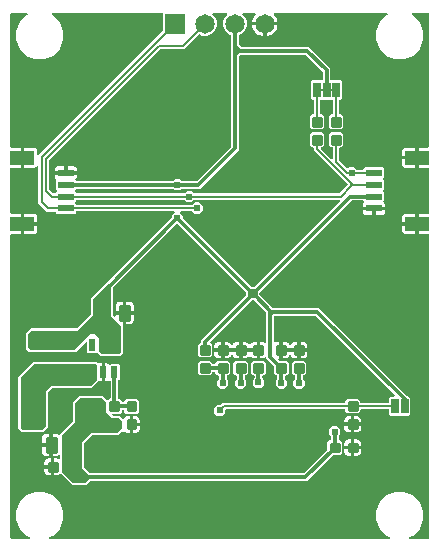
<source format=gbr>
G04 EAGLE Gerber RS-274X export*
G75*
%MOMM*%
%FSLAX34Y34*%
%LPD*%
%INTop Copper*%
%IPPOS*%
%AMOC8*
5,1,8,0,0,1.08239X$1,22.5*%
G01*
%ADD10C,0.222250*%
%ADD11C,0.254000*%
%ADD12R,1.800000X2.200000*%
%ADD13R,1.350000X0.600000*%
%ADD14R,2.000000X1.200000*%
%ADD15R,0.635000X1.270000*%
%ADD16C,0.203200*%
%ADD17C,0.550000*%
%ADD18R,0.508000X1.016000*%
%ADD19R,1.651000X1.651000*%
%ADD20C,1.651000*%
%ADD21C,0.609600*%
%ADD22C,0.304800*%

G36*
X21578Y5223D02*
X21578Y5223D01*
X21675Y5233D01*
X21699Y5243D01*
X21725Y5247D01*
X21811Y5293D01*
X21900Y5333D01*
X21919Y5350D01*
X21942Y5363D01*
X22009Y5433D01*
X22081Y5499D01*
X22094Y5522D01*
X22112Y5541D01*
X22153Y5629D01*
X22200Y5715D01*
X22204Y5740D01*
X22215Y5764D01*
X22226Y5861D01*
X22243Y5957D01*
X22240Y5983D01*
X22242Y6008D01*
X22222Y6104D01*
X22208Y6200D01*
X22196Y6223D01*
X22190Y6249D01*
X22140Y6332D01*
X22096Y6419D01*
X22077Y6438D01*
X22064Y6460D01*
X21990Y6523D01*
X21921Y6591D01*
X21892Y6607D01*
X21877Y6620D01*
X21846Y6632D01*
X21774Y6672D01*
X18625Y7976D01*
X12976Y13625D01*
X9919Y21006D01*
X9919Y28994D01*
X12976Y36375D01*
X18625Y42024D01*
X26006Y45081D01*
X33994Y45081D01*
X41375Y42024D01*
X47024Y36375D01*
X50081Y28994D01*
X50081Y21006D01*
X47024Y13625D01*
X41375Y7976D01*
X38226Y6672D01*
X38143Y6621D01*
X38058Y6575D01*
X38040Y6557D01*
X38017Y6543D01*
X37955Y6467D01*
X37888Y6397D01*
X37877Y6373D01*
X37861Y6353D01*
X37826Y6262D01*
X37785Y6174D01*
X37782Y6148D01*
X37772Y6124D01*
X37768Y6026D01*
X37758Y5930D01*
X37763Y5904D01*
X37762Y5878D01*
X37789Y5784D01*
X37810Y5689D01*
X37823Y5667D01*
X37830Y5642D01*
X37886Y5562D01*
X37936Y5478D01*
X37956Y5461D01*
X37971Y5440D01*
X38049Y5381D01*
X38123Y5318D01*
X38147Y5308D01*
X38168Y5293D01*
X38261Y5263D01*
X38351Y5226D01*
X38383Y5223D01*
X38402Y5217D01*
X38435Y5217D01*
X38518Y5208D01*
X326282Y5208D01*
X326378Y5223D01*
X326475Y5233D01*
X326499Y5243D01*
X326525Y5247D01*
X326611Y5293D01*
X326700Y5333D01*
X326719Y5350D01*
X326742Y5363D01*
X326809Y5433D01*
X326881Y5499D01*
X326894Y5522D01*
X326912Y5541D01*
X326953Y5629D01*
X327000Y5715D01*
X327004Y5740D01*
X327015Y5764D01*
X327026Y5861D01*
X327043Y5957D01*
X327040Y5983D01*
X327042Y6008D01*
X327022Y6104D01*
X327008Y6200D01*
X326996Y6223D01*
X326990Y6249D01*
X326940Y6332D01*
X326896Y6419D01*
X326877Y6438D01*
X326864Y6460D01*
X326790Y6523D01*
X326721Y6591D01*
X326692Y6607D01*
X326677Y6620D01*
X326646Y6632D01*
X326574Y6672D01*
X323425Y7976D01*
X317776Y13625D01*
X314719Y21006D01*
X314719Y28994D01*
X317776Y36375D01*
X323425Y42024D01*
X330806Y45081D01*
X338794Y45081D01*
X346175Y42024D01*
X351824Y36375D01*
X354881Y28994D01*
X354881Y21006D01*
X351824Y13625D01*
X346175Y7976D01*
X343026Y6672D01*
X342943Y6621D01*
X342858Y6575D01*
X342840Y6557D01*
X342817Y6543D01*
X342755Y6467D01*
X342688Y6397D01*
X342677Y6373D01*
X342661Y6353D01*
X342626Y6262D01*
X342585Y6174D01*
X342582Y6148D01*
X342572Y6124D01*
X342568Y6026D01*
X342558Y5930D01*
X342563Y5904D01*
X342562Y5878D01*
X342589Y5784D01*
X342610Y5689D01*
X342623Y5667D01*
X342630Y5642D01*
X342686Y5562D01*
X342736Y5478D01*
X342756Y5461D01*
X342771Y5440D01*
X342849Y5381D01*
X342923Y5318D01*
X342947Y5308D01*
X342968Y5293D01*
X343061Y5263D01*
X343151Y5226D01*
X343183Y5223D01*
X343202Y5217D01*
X343235Y5217D01*
X343318Y5208D01*
X358831Y5208D01*
X358851Y5211D01*
X358870Y5209D01*
X358972Y5231D01*
X359074Y5247D01*
X359091Y5257D01*
X359111Y5261D01*
X359200Y5314D01*
X359291Y5363D01*
X359305Y5377D01*
X359322Y5387D01*
X359389Y5466D01*
X359461Y5541D01*
X359469Y5559D01*
X359482Y5574D01*
X359521Y5670D01*
X359564Y5764D01*
X359566Y5784D01*
X359574Y5802D01*
X359592Y5969D01*
X359592Y262698D01*
X359589Y262718D01*
X359591Y262737D01*
X359569Y262839D01*
X359553Y262941D01*
X359543Y262958D01*
X359539Y262978D01*
X359486Y263066D01*
X359437Y263158D01*
X359423Y263172D01*
X359413Y263189D01*
X359334Y263256D01*
X359259Y263328D01*
X359241Y263336D01*
X359226Y263349D01*
X359130Y263388D01*
X359036Y263431D01*
X359016Y263433D01*
X358998Y263441D01*
X358831Y263459D01*
X351073Y263459D01*
X351073Y271238D01*
X351070Y271258D01*
X351072Y271277D01*
X351050Y271379D01*
X351033Y271481D01*
X351024Y271498D01*
X351020Y271518D01*
X350967Y271607D01*
X350918Y271698D01*
X350904Y271712D01*
X350894Y271729D01*
X350815Y271796D01*
X350740Y271867D01*
X350722Y271876D01*
X350707Y271889D01*
X350611Y271928D01*
X350517Y271971D01*
X350497Y271973D01*
X350479Y271981D01*
X350312Y271999D01*
X349549Y271999D01*
X349549Y272001D01*
X350312Y272001D01*
X350332Y272004D01*
X350351Y272002D01*
X350453Y272024D01*
X350555Y272041D01*
X350572Y272050D01*
X350592Y272054D01*
X350681Y272107D01*
X350772Y272156D01*
X350786Y272170D01*
X350803Y272180D01*
X350870Y272259D01*
X350941Y272334D01*
X350950Y272352D01*
X350963Y272367D01*
X351002Y272463D01*
X351045Y272557D01*
X351047Y272577D01*
X351055Y272595D01*
X351073Y272762D01*
X351073Y280541D01*
X358831Y280541D01*
X358851Y280544D01*
X358870Y280542D01*
X358972Y280564D01*
X359074Y280580D01*
X359091Y280590D01*
X359111Y280594D01*
X359200Y280647D01*
X359291Y280696D01*
X359305Y280710D01*
X359322Y280720D01*
X359389Y280799D01*
X359461Y280874D01*
X359469Y280892D01*
X359482Y280907D01*
X359521Y281003D01*
X359564Y281097D01*
X359566Y281117D01*
X359574Y281135D01*
X359592Y281302D01*
X359592Y318698D01*
X359589Y318718D01*
X359591Y318737D01*
X359569Y318839D01*
X359553Y318941D01*
X359543Y318958D01*
X359539Y318978D01*
X359486Y319067D01*
X359437Y319158D01*
X359423Y319172D01*
X359413Y319189D01*
X359334Y319256D01*
X359259Y319328D01*
X359241Y319336D01*
X359226Y319349D01*
X359130Y319388D01*
X359036Y319431D01*
X359016Y319433D01*
X358998Y319441D01*
X358831Y319459D01*
X351073Y319459D01*
X351073Y327238D01*
X351071Y327249D01*
X351072Y327256D01*
X351071Y327263D01*
X351072Y327277D01*
X351050Y327379D01*
X351033Y327481D01*
X351024Y327498D01*
X351020Y327518D01*
X350967Y327607D01*
X350918Y327698D01*
X350904Y327712D01*
X350894Y327729D01*
X350815Y327796D01*
X350740Y327867D01*
X350722Y327876D01*
X350707Y327889D01*
X350611Y327928D01*
X350517Y327971D01*
X350497Y327973D01*
X350479Y327981D01*
X350312Y327999D01*
X349549Y327999D01*
X349549Y328001D01*
X350312Y328001D01*
X350332Y328004D01*
X350351Y328002D01*
X350453Y328024D01*
X350555Y328041D01*
X350572Y328050D01*
X350592Y328054D01*
X350681Y328107D01*
X350772Y328156D01*
X350786Y328170D01*
X350803Y328180D01*
X350870Y328259D01*
X350941Y328334D01*
X350950Y328352D01*
X350963Y328367D01*
X351002Y328463D01*
X351045Y328557D01*
X351047Y328577D01*
X351055Y328595D01*
X351073Y328762D01*
X351073Y336541D01*
X358831Y336541D01*
X358851Y336544D01*
X358870Y336542D01*
X358972Y336564D01*
X359074Y336580D01*
X359091Y336590D01*
X359111Y336594D01*
X359200Y336647D01*
X359291Y336696D01*
X359305Y336710D01*
X359322Y336720D01*
X359389Y336799D01*
X359461Y336874D01*
X359469Y336892D01*
X359482Y336907D01*
X359521Y337003D01*
X359564Y337097D01*
X359566Y337117D01*
X359574Y337135D01*
X359592Y337302D01*
X359592Y449431D01*
X359589Y449451D01*
X359591Y449470D01*
X359569Y449572D01*
X359553Y449674D01*
X359543Y449691D01*
X359539Y449711D01*
X359486Y449800D01*
X359437Y449891D01*
X359423Y449905D01*
X359413Y449922D01*
X359334Y449989D01*
X359259Y450061D01*
X359241Y450069D01*
X359226Y450082D01*
X359130Y450121D01*
X359036Y450164D01*
X359016Y450166D01*
X358998Y450174D01*
X358831Y450192D01*
X345732Y450192D01*
X345636Y450177D01*
X345539Y450167D01*
X345515Y450157D01*
X345489Y450153D01*
X345403Y450107D01*
X345314Y450067D01*
X345295Y450050D01*
X345272Y450037D01*
X345205Y449967D01*
X345133Y449901D01*
X345120Y449878D01*
X345102Y449859D01*
X345061Y449771D01*
X345014Y449685D01*
X345010Y449660D01*
X344999Y449636D01*
X344988Y449539D01*
X344971Y449443D01*
X344975Y449417D01*
X344972Y449392D01*
X344992Y449297D01*
X345007Y449200D01*
X345018Y449177D01*
X345024Y449151D01*
X345074Y449067D01*
X345118Y448981D01*
X345137Y448963D01*
X345150Y448940D01*
X345224Y448877D01*
X345294Y448809D01*
X345322Y448793D01*
X345337Y448780D01*
X345368Y448768D01*
X345441Y448728D01*
X346175Y448424D01*
X351824Y442775D01*
X354881Y435394D01*
X354881Y427406D01*
X351824Y420025D01*
X346175Y414376D01*
X338794Y411319D01*
X330806Y411319D01*
X323425Y414376D01*
X317776Y420025D01*
X314719Y427406D01*
X314719Y435394D01*
X317776Y442775D01*
X323425Y448424D01*
X324159Y448728D01*
X324242Y448779D01*
X324328Y448825D01*
X324346Y448844D01*
X324368Y448857D01*
X324431Y448932D01*
X324498Y449003D01*
X324509Y449027D01*
X324525Y449047D01*
X324560Y449138D01*
X324601Y449226D01*
X324604Y449252D01*
X324613Y449276D01*
X324618Y449374D01*
X324628Y449470D01*
X324623Y449496D01*
X324624Y449522D01*
X324597Y449616D01*
X324576Y449711D01*
X324563Y449733D01*
X324555Y449758D01*
X324500Y449838D01*
X324450Y449922D01*
X324430Y449939D01*
X324415Y449960D01*
X324337Y450019D01*
X324263Y450082D01*
X324239Y450092D01*
X324218Y450107D01*
X324125Y450137D01*
X324035Y450174D01*
X324002Y450177D01*
X323984Y450183D01*
X323951Y450183D01*
X323868Y450192D01*
X228813Y450192D01*
X228742Y450181D01*
X228671Y450179D01*
X228622Y450161D01*
X228570Y450153D01*
X228507Y450119D01*
X228440Y450094D01*
X228399Y450062D01*
X228353Y450037D01*
X228303Y449985D01*
X228248Y449941D01*
X228219Y449897D01*
X228184Y449859D01*
X228153Y449794D01*
X228115Y449734D01*
X228102Y449683D01*
X228080Y449636D01*
X228072Y449565D01*
X228054Y449495D01*
X228059Y449443D01*
X228053Y449392D01*
X228068Y449321D01*
X228074Y449250D01*
X228094Y449202D01*
X228105Y449151D01*
X228142Y449090D01*
X228170Y449024D01*
X228215Y448968D01*
X228231Y448940D01*
X228249Y448925D01*
X228275Y448893D01*
X228735Y448433D01*
X229733Y447058D01*
X230505Y445544D01*
X231030Y443928D01*
X231189Y442923D01*
X221262Y442923D01*
X221242Y442920D01*
X221223Y442922D01*
X221121Y442900D01*
X221019Y442883D01*
X221002Y442874D01*
X220982Y442870D01*
X220893Y442817D01*
X220802Y442768D01*
X220788Y442754D01*
X220771Y442744D01*
X220704Y442665D01*
X220633Y442590D01*
X220624Y442572D01*
X220611Y442557D01*
X220573Y442461D01*
X220529Y442367D01*
X220527Y442347D01*
X220519Y442329D01*
X220501Y442162D01*
X220501Y441399D01*
X220499Y441399D01*
X220499Y442162D01*
X220496Y442182D01*
X220498Y442201D01*
X220476Y442303D01*
X220459Y442405D01*
X220450Y442422D01*
X220446Y442442D01*
X220393Y442531D01*
X220344Y442622D01*
X220330Y442636D01*
X220320Y442653D01*
X220241Y442720D01*
X220166Y442791D01*
X220148Y442800D01*
X220133Y442813D01*
X220037Y442852D01*
X219943Y442895D01*
X219923Y442897D01*
X219905Y442905D01*
X219738Y442923D01*
X209811Y442923D01*
X209970Y443928D01*
X210495Y445544D01*
X211267Y447058D01*
X212265Y448433D01*
X212725Y448893D01*
X212767Y448951D01*
X212816Y449003D01*
X212838Y449050D01*
X212869Y449092D01*
X212890Y449161D01*
X212920Y449226D01*
X212926Y449278D01*
X212941Y449328D01*
X212939Y449399D01*
X212947Y449470D01*
X212936Y449521D01*
X212935Y449573D01*
X212910Y449641D01*
X212895Y449711D01*
X212868Y449756D01*
X212850Y449804D01*
X212806Y449860D01*
X212769Y449922D01*
X212729Y449956D01*
X212697Y449996D01*
X212636Y450035D01*
X212582Y450082D01*
X212533Y450101D01*
X212490Y450129D01*
X212420Y450147D01*
X212354Y450174D01*
X212282Y450182D01*
X212251Y450190D01*
X212228Y450188D01*
X212187Y450192D01*
X202335Y450192D01*
X202265Y450181D01*
X202193Y450179D01*
X202144Y450161D01*
X202093Y450153D01*
X202029Y450119D01*
X201962Y450094D01*
X201921Y450062D01*
X201875Y450037D01*
X201826Y449985D01*
X201770Y449941D01*
X201742Y449897D01*
X201706Y449859D01*
X201676Y449794D01*
X201637Y449734D01*
X201624Y449683D01*
X201602Y449636D01*
X201594Y449565D01*
X201577Y449495D01*
X201581Y449443D01*
X201575Y449392D01*
X201590Y449321D01*
X201596Y449250D01*
X201616Y449202D01*
X201627Y449151D01*
X201664Y449090D01*
X201692Y449024D01*
X201737Y448968D01*
X201754Y448940D01*
X201771Y448925D01*
X201797Y448893D01*
X203606Y447084D01*
X205134Y443396D01*
X205134Y439404D01*
X203606Y435716D01*
X200784Y432894D01*
X198873Y432102D01*
X198773Y432041D01*
X198673Y431981D01*
X198669Y431976D01*
X198664Y431973D01*
X198589Y431883D01*
X198513Y431794D01*
X198511Y431788D01*
X198507Y431783D01*
X198465Y431675D01*
X198421Y431566D01*
X198420Y431558D01*
X198419Y431554D01*
X198418Y431535D01*
X198403Y431399D01*
X198403Y424085D01*
X198417Y423995D01*
X198425Y423904D01*
X198437Y423875D01*
X198442Y423843D01*
X198485Y423762D01*
X198521Y423678D01*
X198547Y423646D01*
X198558Y423625D01*
X198581Y423603D01*
X198626Y423547D01*
X200055Y422118D01*
X200129Y422065D01*
X200198Y422005D01*
X200229Y421993D01*
X200255Y421974D01*
X200342Y421947D01*
X200427Y421913D01*
X200468Y421909D01*
X200490Y421902D01*
X200522Y421903D01*
X200593Y421895D01*
X257654Y421895D01*
X259812Y419737D01*
X276099Y403450D01*
X276099Y394208D01*
X276102Y394188D01*
X276100Y394169D01*
X276122Y394067D01*
X276138Y393965D01*
X276148Y393948D01*
X276152Y393928D01*
X276205Y393839D01*
X276254Y393748D01*
X276268Y393734D01*
X276278Y393717D01*
X276357Y393650D01*
X276432Y393578D01*
X276450Y393570D01*
X276465Y393557D01*
X276561Y393518D01*
X276655Y393475D01*
X276675Y393473D01*
X276693Y393465D01*
X276860Y393447D01*
X284836Y393447D01*
X285878Y392405D01*
X285878Y378231D01*
X284836Y377189D01*
X284480Y377189D01*
X284460Y377186D01*
X284441Y377188D01*
X284339Y377166D01*
X284237Y377150D01*
X284220Y377140D01*
X284200Y377136D01*
X284111Y377083D01*
X284020Y377034D01*
X284006Y377020D01*
X283989Y377010D01*
X283922Y376931D01*
X283850Y376856D01*
X283842Y376838D01*
X283829Y376823D01*
X283790Y376727D01*
X283747Y376633D01*
X283745Y376613D01*
X283737Y376595D01*
X283719Y376428D01*
X283719Y365379D01*
X283722Y365359D01*
X283720Y365340D01*
X283742Y365238D01*
X283758Y365136D01*
X283768Y365119D01*
X283772Y365099D01*
X283825Y365010D01*
X283874Y364919D01*
X283888Y364905D01*
X283898Y364888D01*
X283977Y364821D01*
X284052Y364749D01*
X284070Y364741D01*
X284085Y364728D01*
X284181Y364689D01*
X284275Y364646D01*
X284295Y364644D01*
X284313Y364636D01*
X284480Y364618D01*
X285455Y364618D01*
X287148Y362925D01*
X287148Y353863D01*
X285455Y352170D01*
X276393Y352170D01*
X274700Y353863D01*
X274700Y362925D01*
X276393Y364618D01*
X277368Y364618D01*
X277388Y364621D01*
X277407Y364619D01*
X277509Y364641D01*
X277611Y364657D01*
X277628Y364667D01*
X277648Y364671D01*
X277737Y364724D01*
X277828Y364773D01*
X277842Y364787D01*
X277859Y364797D01*
X277926Y364876D01*
X277998Y364951D01*
X278006Y364969D01*
X278019Y364984D01*
X278058Y365080D01*
X278101Y365174D01*
X278103Y365194D01*
X278111Y365212D01*
X278129Y365379D01*
X278129Y376428D01*
X278126Y376448D01*
X278128Y376467D01*
X278106Y376569D01*
X278090Y376671D01*
X278080Y376688D01*
X278076Y376708D01*
X278023Y376797D01*
X277974Y376888D01*
X277960Y376902D01*
X277950Y376919D01*
X277871Y376986D01*
X277796Y377058D01*
X277778Y377066D01*
X277763Y377079D01*
X277667Y377118D01*
X277573Y377161D01*
X277553Y377163D01*
X277535Y377171D01*
X277368Y377189D01*
X268224Y377189D01*
X268204Y377186D01*
X268185Y377188D01*
X268083Y377166D01*
X267981Y377150D01*
X267964Y377140D01*
X267944Y377136D01*
X267855Y377083D01*
X267764Y377034D01*
X267750Y377020D01*
X267733Y377010D01*
X267666Y376931D01*
X267594Y376856D01*
X267586Y376838D01*
X267573Y376823D01*
X267534Y376727D01*
X267491Y376633D01*
X267489Y376613D01*
X267481Y376595D01*
X267463Y376428D01*
X267463Y365379D01*
X267466Y365359D01*
X267464Y365340D01*
X267486Y365238D01*
X267502Y365136D01*
X267512Y365119D01*
X267516Y365099D01*
X267569Y365010D01*
X267618Y364919D01*
X267632Y364905D01*
X267642Y364888D01*
X267721Y364821D01*
X267796Y364749D01*
X267814Y364741D01*
X267829Y364728D01*
X267925Y364689D01*
X268019Y364646D01*
X268039Y364644D01*
X268057Y364636D01*
X268224Y364618D01*
X269199Y364618D01*
X270892Y362925D01*
X270892Y353863D01*
X269199Y352170D01*
X260137Y352170D01*
X258444Y353863D01*
X258444Y362925D01*
X260137Y364618D01*
X261112Y364618D01*
X261132Y364621D01*
X261151Y364619D01*
X261253Y364641D01*
X261355Y364657D01*
X261372Y364667D01*
X261392Y364671D01*
X261481Y364724D01*
X261572Y364773D01*
X261586Y364787D01*
X261603Y364797D01*
X261670Y364876D01*
X261742Y364951D01*
X261750Y364969D01*
X261763Y364984D01*
X261802Y365080D01*
X261845Y365174D01*
X261847Y365194D01*
X261855Y365212D01*
X261873Y365379D01*
X261873Y376428D01*
X261870Y376448D01*
X261872Y376467D01*
X261850Y376569D01*
X261834Y376671D01*
X261824Y376688D01*
X261820Y376708D01*
X261767Y376797D01*
X261718Y376888D01*
X261704Y376902D01*
X261694Y376919D01*
X261615Y376986D01*
X261540Y377058D01*
X261522Y377066D01*
X261507Y377079D01*
X261411Y377118D01*
X261317Y377161D01*
X261297Y377163D01*
X261279Y377171D01*
X261112Y377189D01*
X260756Y377189D01*
X259714Y378231D01*
X259714Y392405D01*
X260756Y393447D01*
X268732Y393447D01*
X268752Y393450D01*
X268771Y393448D01*
X268873Y393470D01*
X268975Y393486D01*
X268992Y393496D01*
X269012Y393500D01*
X269101Y393553D01*
X269192Y393602D01*
X269206Y393616D01*
X269223Y393626D01*
X269290Y393705D01*
X269362Y393780D01*
X269370Y393798D01*
X269383Y393813D01*
X269422Y393909D01*
X269465Y394003D01*
X269467Y394023D01*
X269475Y394041D01*
X269493Y394208D01*
X269493Y400399D01*
X269479Y400489D01*
X269471Y400580D01*
X269459Y400609D01*
X269454Y400641D01*
X269411Y400722D01*
X269375Y400806D01*
X269349Y400838D01*
X269338Y400859D01*
X269315Y400881D01*
X269270Y400937D01*
X255141Y415066D01*
X255067Y415119D01*
X254998Y415179D01*
X254967Y415191D01*
X254941Y415210D01*
X254854Y415237D01*
X254769Y415271D01*
X254728Y415275D01*
X254706Y415282D01*
X254674Y415281D01*
X254603Y415289D01*
X200593Y415289D01*
X200503Y415275D01*
X200412Y415267D01*
X200383Y415255D01*
X200351Y415250D01*
X200270Y415207D01*
X200186Y415171D01*
X200154Y415145D01*
X200133Y415134D01*
X200111Y415111D01*
X200055Y415066D01*
X198626Y413637D01*
X198573Y413563D01*
X198513Y413494D01*
X198501Y413463D01*
X198482Y413437D01*
X198455Y413350D01*
X198421Y413265D01*
X198417Y413224D01*
X198410Y413202D01*
X198411Y413170D01*
X198403Y413099D01*
X198403Y334702D01*
X165398Y301697D01*
X150397Y301697D01*
X150307Y301683D01*
X150216Y301675D01*
X150186Y301663D01*
X150154Y301658D01*
X150073Y301615D01*
X149989Y301579D01*
X149957Y301553D01*
X149937Y301542D01*
X149914Y301519D01*
X149858Y301474D01*
X148557Y300173D01*
X144559Y300173D01*
X143258Y301474D01*
X143184Y301527D01*
X143114Y301587D01*
X143084Y301599D01*
X143058Y301618D01*
X142971Y301645D01*
X142886Y301679D01*
X142845Y301683D01*
X142823Y301690D01*
X142791Y301689D01*
X142719Y301697D01*
X61278Y301697D01*
X61188Y301683D01*
X61097Y301675D01*
X61067Y301663D01*
X61035Y301658D01*
X60955Y301615D01*
X60871Y301579D01*
X60839Y301553D01*
X60818Y301542D01*
X60796Y301519D01*
X60740Y301474D01*
X59804Y300538D01*
X59792Y300522D01*
X59777Y300510D01*
X59720Y300422D01*
X59660Y300339D01*
X59654Y300320D01*
X59644Y300303D01*
X59618Y300202D01*
X59588Y300103D01*
X59588Y300084D01*
X59584Y300064D01*
X59592Y299961D01*
X59594Y299858D01*
X59601Y299839D01*
X59603Y299819D01*
X59643Y299724D01*
X59679Y299627D01*
X59691Y299611D01*
X59699Y299593D01*
X59804Y299462D01*
X60529Y298737D01*
X60529Y298556D01*
X60532Y298536D01*
X60530Y298517D01*
X60552Y298415D01*
X60568Y298313D01*
X60578Y298296D01*
X60582Y298276D01*
X60635Y298187D01*
X60684Y298096D01*
X60698Y298082D01*
X60708Y298065D01*
X60787Y297998D01*
X60862Y297926D01*
X60880Y297918D01*
X60895Y297905D01*
X60991Y297866D01*
X61085Y297823D01*
X61105Y297821D01*
X61123Y297813D01*
X61290Y297795D01*
X152117Y297795D01*
X152207Y297809D01*
X152298Y297817D01*
X152328Y297829D01*
X152360Y297834D01*
X152441Y297877D01*
X152525Y297913D01*
X152557Y297939D01*
X152577Y297950D01*
X152600Y297973D01*
X152656Y298018D01*
X154465Y299827D01*
X158463Y299827D01*
X160272Y298018D01*
X160346Y297965D01*
X160416Y297905D01*
X160446Y297893D01*
X160472Y297874D01*
X160559Y297847D01*
X160644Y297813D01*
X160685Y297809D01*
X160707Y297802D01*
X160739Y297803D01*
X160811Y297795D01*
X283421Y297795D01*
X283511Y297809D01*
X283602Y297817D01*
X283632Y297829D01*
X283664Y297834D01*
X283744Y297877D01*
X283828Y297913D01*
X283860Y297939D01*
X283881Y297950D01*
X283903Y297973D01*
X283959Y298018D01*
X290403Y304462D01*
X290415Y304478D01*
X290430Y304490D01*
X290487Y304578D01*
X290547Y304661D01*
X290553Y304680D01*
X290563Y304697D01*
X290589Y304798D01*
X290619Y304897D01*
X290619Y304916D01*
X290623Y304936D01*
X290615Y305039D01*
X290613Y305142D01*
X290606Y305161D01*
X290604Y305181D01*
X290564Y305276D01*
X290528Y305373D01*
X290516Y305389D01*
X290508Y305407D01*
X290403Y305538D01*
X261873Y334068D01*
X261873Y336169D01*
X261870Y336189D01*
X261872Y336208D01*
X261850Y336310D01*
X261834Y336412D01*
X261824Y336429D01*
X261820Y336449D01*
X261767Y336538D01*
X261718Y336629D01*
X261704Y336643D01*
X261694Y336660D01*
X261615Y336727D01*
X261540Y336799D01*
X261522Y336807D01*
X261507Y336820D01*
X261411Y336859D01*
X261317Y336902D01*
X261297Y336904D01*
X261279Y336912D01*
X261112Y336930D01*
X260137Y336930D01*
X258444Y338623D01*
X258444Y347685D01*
X260137Y349378D01*
X269199Y349378D01*
X270892Y347685D01*
X270892Y338623D01*
X269199Y336930D01*
X268754Y336930D01*
X268683Y336919D01*
X268611Y336917D01*
X268562Y336899D01*
X268511Y336891D01*
X268448Y336857D01*
X268380Y336832D01*
X268340Y336800D01*
X268294Y336775D01*
X268244Y336724D01*
X268188Y336679D01*
X268160Y336635D01*
X268124Y336597D01*
X268094Y336532D01*
X268055Y336472D01*
X268043Y336421D01*
X268021Y336374D01*
X268013Y336303D01*
X267995Y336233D01*
X267999Y336181D01*
X267993Y336130D01*
X268009Y336059D01*
X268014Y335988D01*
X268035Y335940D01*
X268046Y335889D01*
X268083Y335828D01*
X268111Y335762D01*
X268155Y335706D01*
X268172Y335678D01*
X268190Y335663D01*
X268215Y335631D01*
X276830Y327016D01*
X276888Y326975D01*
X276940Y326925D01*
X276987Y326903D01*
X277029Y326873D01*
X277098Y326852D01*
X277163Y326822D01*
X277215Y326816D01*
X277265Y326801D01*
X277336Y326802D01*
X277407Y326794D01*
X277458Y326806D01*
X277510Y326807D01*
X277578Y326832D01*
X277648Y326847D01*
X277692Y326873D01*
X277741Y326891D01*
X277797Y326936D01*
X277859Y326973D01*
X277893Y327012D01*
X277933Y327045D01*
X277972Y327105D01*
X278019Y327160D01*
X278038Y327208D01*
X278066Y327252D01*
X278084Y327321D01*
X278111Y327388D01*
X278119Y327459D01*
X278127Y327490D01*
X278125Y327514D01*
X278129Y327555D01*
X278129Y336169D01*
X278126Y336189D01*
X278128Y336208D01*
X278106Y336310D01*
X278090Y336412D01*
X278080Y336429D01*
X278076Y336449D01*
X278023Y336538D01*
X277974Y336629D01*
X277960Y336643D01*
X277950Y336660D01*
X277871Y336727D01*
X277796Y336799D01*
X277778Y336807D01*
X277763Y336820D01*
X277667Y336859D01*
X277573Y336902D01*
X277553Y336904D01*
X277535Y336912D01*
X277368Y336930D01*
X276393Y336930D01*
X274700Y338623D01*
X274700Y347685D01*
X276393Y349378D01*
X285455Y349378D01*
X287148Y347685D01*
X287148Y338623D01*
X285455Y336930D01*
X284480Y336930D01*
X284460Y336927D01*
X284441Y336929D01*
X284339Y336907D01*
X284237Y336891D01*
X284220Y336881D01*
X284200Y336877D01*
X284111Y336824D01*
X284020Y336775D01*
X284006Y336761D01*
X283989Y336751D01*
X283922Y336672D01*
X283850Y336597D01*
X283842Y336579D01*
X283829Y336564D01*
X283790Y336468D01*
X283747Y336374D01*
X283745Y336354D01*
X283737Y336336D01*
X283719Y336169D01*
X283719Y325831D01*
X283733Y325741D01*
X283741Y325650D01*
X283753Y325620D01*
X283758Y325588D01*
X283801Y325508D01*
X283837Y325424D01*
X283863Y325392D01*
X283874Y325371D01*
X283897Y325349D01*
X283942Y325293D01*
X290232Y319002D01*
X290248Y318991D01*
X290261Y318975D01*
X290348Y318919D01*
X290432Y318859D01*
X290451Y318853D01*
X290467Y318842D01*
X290568Y318817D01*
X290667Y318787D01*
X290687Y318787D01*
X290706Y318782D01*
X290809Y318790D01*
X290913Y318793D01*
X290931Y318800D01*
X290951Y318801D01*
X291046Y318842D01*
X291144Y318877D01*
X291159Y318890D01*
X291178Y318898D01*
X291308Y319002D01*
X292133Y319827D01*
X296131Y319827D01*
X297940Y318018D01*
X298014Y317965D01*
X298084Y317905D01*
X298114Y317893D01*
X298140Y317874D01*
X298227Y317847D01*
X298312Y317813D01*
X298353Y317809D01*
X298375Y317802D01*
X298407Y317803D01*
X298479Y317795D01*
X303510Y317795D01*
X303530Y317798D01*
X303549Y317796D01*
X303651Y317818D01*
X303753Y317834D01*
X303770Y317844D01*
X303790Y317848D01*
X303879Y317901D01*
X303970Y317950D01*
X303984Y317964D01*
X304001Y317974D01*
X304068Y318053D01*
X304140Y318128D01*
X304148Y318146D01*
X304161Y318161D01*
X304200Y318257D01*
X304243Y318351D01*
X304245Y318371D01*
X304253Y318389D01*
X304271Y318556D01*
X304271Y318737D01*
X305313Y319779D01*
X320287Y319779D01*
X321329Y318737D01*
X321329Y311263D01*
X320604Y310538D01*
X320592Y310522D01*
X320577Y310510D01*
X320521Y310422D01*
X320460Y310339D01*
X320454Y310320D01*
X320444Y310303D01*
X320418Y310202D01*
X320388Y310103D01*
X320388Y310084D01*
X320384Y310064D01*
X320392Y309961D01*
X320394Y309858D01*
X320401Y309839D01*
X320403Y309819D01*
X320443Y309724D01*
X320479Y309627D01*
X320491Y309611D01*
X320499Y309593D01*
X320604Y309462D01*
X321329Y308737D01*
X321329Y301263D01*
X320604Y300538D01*
X320592Y300522D01*
X320577Y300510D01*
X320521Y300422D01*
X320460Y300339D01*
X320454Y300320D01*
X320444Y300303D01*
X320418Y300202D01*
X320388Y300103D01*
X320388Y300084D01*
X320384Y300064D01*
X320392Y299961D01*
X320394Y299858D01*
X320401Y299839D01*
X320403Y299819D01*
X320443Y299724D01*
X320479Y299627D01*
X320491Y299611D01*
X320499Y299593D01*
X320604Y299462D01*
X321329Y298737D01*
X321329Y291263D01*
X321143Y291077D01*
X321131Y291061D01*
X321115Y291048D01*
X321059Y290961D01*
X320999Y290877D01*
X320993Y290858D01*
X320982Y290842D01*
X320957Y290741D01*
X320927Y290642D01*
X320927Y290622D01*
X320922Y290603D01*
X320930Y290500D01*
X320933Y290396D01*
X320940Y290378D01*
X320941Y290358D01*
X320982Y290263D01*
X321018Y290165D01*
X321030Y290150D01*
X321038Y290131D01*
X321143Y290000D01*
X321583Y289560D01*
X321918Y288981D01*
X322091Y288334D01*
X322091Y286499D01*
X313538Y286499D01*
X313519Y286496D01*
X313499Y286498D01*
X313397Y286476D01*
X313295Y286460D01*
X313278Y286450D01*
X313258Y286446D01*
X313169Y286393D01*
X313078Y286344D01*
X313064Y286330D01*
X313047Y286320D01*
X312980Y286241D01*
X312909Y286166D01*
X312900Y286148D01*
X312887Y286133D01*
X312849Y286037D01*
X312805Y285943D01*
X312803Y285923D01*
X312796Y285905D01*
X312783Y285981D01*
X312774Y285998D01*
X312770Y286018D01*
X312717Y286107D01*
X312668Y286198D01*
X312654Y286212D01*
X312644Y286229D01*
X312565Y286296D01*
X312490Y286368D01*
X312472Y286376D01*
X312457Y286389D01*
X312360Y286428D01*
X312267Y286471D01*
X312247Y286473D01*
X312229Y286481D01*
X312062Y286499D01*
X303509Y286499D01*
X303509Y288334D01*
X303682Y288981D01*
X304017Y289560D01*
X304457Y290000D01*
X304469Y290017D01*
X304485Y290029D01*
X304541Y290116D01*
X304601Y290200D01*
X304607Y290219D01*
X304618Y290236D01*
X304643Y290336D01*
X304673Y290435D01*
X304673Y290455D01*
X304678Y290475D01*
X304670Y290578D01*
X304667Y290681D01*
X304660Y290700D01*
X304659Y290720D01*
X304618Y290815D01*
X304582Y290912D01*
X304570Y290928D01*
X304562Y290946D01*
X304457Y291077D01*
X304060Y291474D01*
X303986Y291527D01*
X303917Y291587D01*
X303887Y291599D01*
X303860Y291618D01*
X303773Y291645D01*
X303689Y291679D01*
X303648Y291683D01*
X303625Y291690D01*
X303593Y291689D01*
X303522Y291697D01*
X294651Y291697D01*
X294561Y291683D01*
X294470Y291675D01*
X294441Y291663D01*
X294409Y291658D01*
X294328Y291615D01*
X294244Y291579D01*
X294212Y291553D01*
X294191Y291542D01*
X294169Y291519D01*
X294113Y291474D01*
X216505Y213866D01*
X216251Y213612D01*
X216198Y213538D01*
X216138Y213469D01*
X216126Y213438D01*
X216107Y213412D01*
X216080Y213325D01*
X216046Y213240D01*
X216042Y213199D01*
X216035Y213177D01*
X216036Y213145D01*
X216028Y213074D01*
X216028Y212122D01*
X216042Y212032D01*
X216050Y211941D01*
X216062Y211912D01*
X216067Y211880D01*
X216110Y211799D01*
X216146Y211715D01*
X216172Y211683D01*
X216183Y211662D01*
X216206Y211640D01*
X216251Y211584D01*
X226697Y201138D01*
X226771Y201085D01*
X226840Y201025D01*
X226871Y201013D01*
X226897Y200994D01*
X226984Y200967D01*
X227069Y200933D01*
X227110Y200929D01*
X227132Y200922D01*
X227164Y200923D01*
X227235Y200915D01*
X266261Y200915D01*
X341222Y125954D01*
X341296Y125901D01*
X341365Y125841D01*
X341395Y125829D01*
X341422Y125810D01*
X341508Y125783D01*
X341593Y125749D01*
X341634Y125745D01*
X341657Y125738D01*
X341689Y125739D01*
X341760Y125731D01*
X342748Y125731D01*
X343790Y124689D01*
X343790Y110515D01*
X342748Y109473D01*
X326796Y109473D01*
X325754Y110515D01*
X325754Y114046D01*
X325751Y114066D01*
X325753Y114085D01*
X325731Y114187D01*
X325715Y114289D01*
X325705Y114306D01*
X325701Y114326D01*
X325648Y114415D01*
X325599Y114506D01*
X325585Y114520D01*
X325575Y114537D01*
X325496Y114604D01*
X325421Y114676D01*
X325403Y114684D01*
X325388Y114697D01*
X325292Y114736D01*
X325198Y114779D01*
X325178Y114781D01*
X325160Y114789D01*
X324993Y114807D01*
X301879Y114807D01*
X301859Y114804D01*
X301840Y114806D01*
X301738Y114784D01*
X301636Y114768D01*
X301619Y114758D01*
X301599Y114754D01*
X301510Y114701D01*
X301419Y114652D01*
X301405Y114638D01*
X301388Y114628D01*
X301321Y114549D01*
X301249Y114474D01*
X301241Y114456D01*
X301228Y114441D01*
X301189Y114345D01*
X301146Y114251D01*
X301144Y114231D01*
X301136Y114213D01*
X301118Y114046D01*
X301118Y113071D01*
X299425Y111378D01*
X290363Y111378D01*
X288670Y113071D01*
X288670Y114046D01*
X288667Y114066D01*
X288669Y114085D01*
X288647Y114187D01*
X288631Y114289D01*
X288621Y114306D01*
X288617Y114326D01*
X288564Y114415D01*
X288515Y114506D01*
X288501Y114520D01*
X288491Y114537D01*
X288412Y114604D01*
X288337Y114676D01*
X288319Y114684D01*
X288304Y114697D01*
X288208Y114736D01*
X288114Y114779D01*
X288094Y114781D01*
X288076Y114789D01*
X287909Y114807D01*
X187960Y114807D01*
X187940Y114804D01*
X187921Y114806D01*
X187819Y114784D01*
X187717Y114768D01*
X187700Y114758D01*
X187680Y114754D01*
X187591Y114701D01*
X187500Y114652D01*
X187486Y114638D01*
X187469Y114628D01*
X187402Y114549D01*
X187330Y114474D01*
X187322Y114456D01*
X187309Y114441D01*
X187270Y114345D01*
X187227Y114251D01*
X187225Y114231D01*
X187217Y114213D01*
X187199Y114046D01*
X187199Y112047D01*
X184371Y109219D01*
X180373Y109219D01*
X177545Y112047D01*
X177545Y116045D01*
X180373Y118873D01*
X182931Y118873D01*
X183021Y118887D01*
X183112Y118895D01*
X183142Y118907D01*
X183174Y118912D01*
X183254Y118955D01*
X183338Y118991D01*
X183370Y119017D01*
X183391Y119028D01*
X183413Y119051D01*
X183469Y119096D01*
X184770Y120397D01*
X287909Y120397D01*
X287929Y120400D01*
X287948Y120398D01*
X288050Y120420D01*
X288152Y120436D01*
X288169Y120446D01*
X288189Y120450D01*
X288278Y120503D01*
X288369Y120552D01*
X288383Y120566D01*
X288400Y120576D01*
X288467Y120655D01*
X288539Y120730D01*
X288547Y120748D01*
X288560Y120763D01*
X288599Y120859D01*
X288642Y120953D01*
X288644Y120973D01*
X288652Y120991D01*
X288670Y121158D01*
X288670Y122133D01*
X290363Y123826D01*
X299425Y123826D01*
X301118Y122133D01*
X301118Y121158D01*
X301121Y121138D01*
X301119Y121119D01*
X301141Y121017D01*
X301157Y120915D01*
X301167Y120898D01*
X301171Y120878D01*
X301224Y120789D01*
X301273Y120698D01*
X301287Y120684D01*
X301297Y120667D01*
X301376Y120600D01*
X301451Y120528D01*
X301469Y120520D01*
X301484Y120507D01*
X301580Y120468D01*
X301674Y120425D01*
X301694Y120423D01*
X301712Y120415D01*
X301879Y120397D01*
X324993Y120397D01*
X325013Y120400D01*
X325032Y120398D01*
X325134Y120420D01*
X325236Y120436D01*
X325253Y120446D01*
X325273Y120450D01*
X325362Y120503D01*
X325453Y120552D01*
X325467Y120566D01*
X325484Y120576D01*
X325551Y120655D01*
X325623Y120730D01*
X325631Y120748D01*
X325644Y120763D01*
X325683Y120859D01*
X325726Y120953D01*
X325728Y120973D01*
X325736Y120991D01*
X325754Y121158D01*
X325754Y124689D01*
X326796Y125731D01*
X330265Y125731D01*
X330336Y125742D01*
X330408Y125744D01*
X330457Y125762D01*
X330508Y125770D01*
X330572Y125804D01*
X330639Y125829D01*
X330680Y125861D01*
X330726Y125886D01*
X330775Y125938D01*
X330831Y125982D01*
X330859Y126026D01*
X330895Y126064D01*
X330925Y126129D01*
X330964Y126189D01*
X330977Y126240D01*
X330999Y126287D01*
X331006Y126358D01*
X331024Y126428D01*
X331020Y126480D01*
X331026Y126531D01*
X331010Y126602D01*
X331005Y126673D01*
X330985Y126721D01*
X330973Y126772D01*
X330937Y126833D01*
X330909Y126899D01*
X330864Y126955D01*
X330847Y126983D01*
X330829Y126998D01*
X330804Y127030D01*
X263748Y194086D01*
X263674Y194139D01*
X263604Y194199D01*
X263574Y194211D01*
X263548Y194230D01*
X263461Y194257D01*
X263376Y194291D01*
X263335Y194295D01*
X263313Y194302D01*
X263281Y194301D01*
X263209Y194309D01*
X229521Y194309D01*
X229431Y194295D01*
X229340Y194287D01*
X229311Y194275D01*
X229279Y194270D01*
X229198Y194227D01*
X229114Y194191D01*
X229082Y194165D01*
X229061Y194154D01*
X229039Y194131D01*
X228983Y194086D01*
X228570Y193673D01*
X228517Y193599D01*
X228457Y193530D01*
X228445Y193499D01*
X228426Y193473D01*
X228399Y193386D01*
X228365Y193301D01*
X228361Y193261D01*
X228354Y193238D01*
X228355Y193206D01*
X228347Y193135D01*
X228347Y172375D01*
X228362Y172281D01*
X228371Y172186D01*
X228382Y172160D01*
X228386Y172132D01*
X228431Y172048D01*
X228469Y171961D01*
X228488Y171940D01*
X228502Y171915D01*
X228571Y171849D01*
X228635Y171779D01*
X228659Y171765D01*
X228680Y171745D01*
X228766Y171705D01*
X228850Y171659D01*
X228877Y171654D01*
X228903Y171642D01*
X228998Y171631D01*
X229091Y171614D01*
X229119Y171618D01*
X229147Y171615D01*
X229241Y171635D01*
X229335Y171648D01*
X229367Y171662D01*
X229388Y171667D01*
X229416Y171684D01*
X229489Y171716D01*
X229699Y171837D01*
X230627Y172086D01*
X232919Y172086D01*
X232919Y165862D01*
X232922Y165842D01*
X232920Y165823D01*
X232942Y165721D01*
X232959Y165619D01*
X232968Y165602D01*
X232972Y165582D01*
X233025Y165493D01*
X233074Y165402D01*
X233088Y165388D01*
X233098Y165371D01*
X233177Y165304D01*
X233252Y165233D01*
X233270Y165224D01*
X233285Y165211D01*
X233381Y165172D01*
X233475Y165129D01*
X233495Y165127D01*
X233513Y165119D01*
X233680Y165101D01*
X234443Y165101D01*
X234443Y165099D01*
X233680Y165099D01*
X233660Y165096D01*
X233641Y165098D01*
X233539Y165076D01*
X233437Y165059D01*
X233420Y165050D01*
X233400Y165046D01*
X233311Y164993D01*
X233220Y164944D01*
X233206Y164930D01*
X233189Y164920D01*
X233122Y164841D01*
X233051Y164766D01*
X233042Y164748D01*
X233029Y164733D01*
X232990Y164637D01*
X232947Y164543D01*
X232945Y164523D01*
X232937Y164505D01*
X232919Y164338D01*
X232919Y158114D01*
X232696Y158114D01*
X232626Y158103D01*
X232554Y158101D01*
X232505Y158083D01*
X232454Y158075D01*
X232390Y158041D01*
X232323Y158016D01*
X232282Y157984D01*
X232236Y157959D01*
X232187Y157907D01*
X232131Y157863D01*
X232103Y157819D01*
X232067Y157781D01*
X232037Y157716D01*
X231998Y157656D01*
X231985Y157605D01*
X231963Y157558D01*
X231955Y157487D01*
X231938Y157417D01*
X231942Y157365D01*
X231936Y157314D01*
X231951Y157243D01*
X231957Y157172D01*
X231977Y157124D01*
X231988Y157073D01*
X232025Y157012D01*
X232053Y156946D01*
X232098Y156890D01*
X232115Y156862D01*
X232132Y156847D01*
X232158Y156815D01*
X232666Y156307D01*
X232740Y156253D01*
X232809Y156194D01*
X232840Y156182D01*
X232866Y156163D01*
X232953Y156136D01*
X233038Y156102D01*
X233079Y156098D01*
X233101Y156091D01*
X233133Y156092D01*
X233204Y156084D01*
X238973Y156084D01*
X240666Y154391D01*
X240666Y145329D01*
X238973Y143636D01*
X238506Y143636D01*
X238486Y143633D01*
X238467Y143635D01*
X238365Y143613D01*
X238263Y143597D01*
X238246Y143587D01*
X238226Y143583D01*
X238137Y143530D01*
X238046Y143481D01*
X238032Y143467D01*
X238015Y143457D01*
X237948Y143378D01*
X237876Y143303D01*
X237868Y143285D01*
X237855Y143270D01*
X237816Y143174D01*
X237773Y143080D01*
X237771Y143060D01*
X237763Y143042D01*
X237745Y142875D01*
X237745Y140999D01*
X237759Y140909D01*
X237767Y140818D01*
X237779Y140788D01*
X237784Y140756D01*
X237827Y140675D01*
X237863Y140591D01*
X237889Y140559D01*
X237900Y140539D01*
X237923Y140516D01*
X237968Y140460D01*
X239269Y139159D01*
X239269Y135161D01*
X236441Y132333D01*
X232443Y132333D01*
X229615Y135161D01*
X229615Y139159D01*
X230916Y140460D01*
X230969Y140534D01*
X231029Y140604D01*
X231041Y140634D01*
X231060Y140660D01*
X231087Y140747D01*
X231121Y140832D01*
X231125Y140873D01*
X231132Y140895D01*
X231131Y140927D01*
X231139Y140999D01*
X231139Y142875D01*
X231136Y142895D01*
X231138Y142914D01*
X231116Y143016D01*
X231100Y143118D01*
X231090Y143135D01*
X231086Y143155D01*
X231033Y143244D01*
X230984Y143335D01*
X230970Y143349D01*
X230960Y143366D01*
X230881Y143433D01*
X230806Y143505D01*
X230788Y143513D01*
X230773Y143526D01*
X230677Y143565D01*
X230583Y143608D01*
X230563Y143610D01*
X230545Y143618D01*
X230378Y143636D01*
X229911Y143636D01*
X228218Y145329D01*
X228218Y151098D01*
X228204Y151188D01*
X228196Y151279D01*
X228184Y151308D01*
X228179Y151340D01*
X228136Y151421D01*
X228100Y151505D01*
X228074Y151537D01*
X228063Y151558D01*
X228040Y151580D01*
X227995Y151636D01*
X221741Y157890D01*
X221741Y158118D01*
X221726Y158212D01*
X221717Y158307D01*
X221706Y158333D01*
X221702Y158361D01*
X221657Y158445D01*
X221619Y158533D01*
X221600Y158554D01*
X221586Y158579D01*
X221518Y158644D01*
X221453Y158715D01*
X221429Y158729D01*
X221408Y158748D01*
X221322Y158788D01*
X221238Y158834D01*
X221211Y158840D01*
X221185Y158852D01*
X221090Y158862D01*
X220997Y158879D01*
X220969Y158876D01*
X220941Y158879D01*
X220847Y158858D01*
X220753Y158845D01*
X220721Y158831D01*
X220700Y158826D01*
X220672Y158809D01*
X220599Y158778D01*
X219881Y158363D01*
X218953Y158114D01*
X216661Y158114D01*
X216661Y164338D01*
X216660Y164346D01*
X216660Y164348D01*
X216658Y164358D01*
X216660Y164377D01*
X216638Y164479D01*
X216621Y164581D01*
X216612Y164598D01*
X216608Y164618D01*
X216555Y164707D01*
X216506Y164798D01*
X216492Y164812D01*
X216482Y164829D01*
X216403Y164896D01*
X216328Y164967D01*
X216310Y164976D01*
X216295Y164989D01*
X216199Y165028D01*
X216105Y165071D01*
X216085Y165073D01*
X216067Y165081D01*
X215900Y165099D01*
X215137Y165099D01*
X215137Y165101D01*
X215900Y165101D01*
X215920Y165104D01*
X215939Y165102D01*
X216041Y165124D01*
X216143Y165141D01*
X216160Y165150D01*
X216180Y165154D01*
X216269Y165207D01*
X216360Y165256D01*
X216374Y165270D01*
X216391Y165280D01*
X216458Y165359D01*
X216529Y165434D01*
X216538Y165452D01*
X216551Y165467D01*
X216590Y165563D01*
X216633Y165657D01*
X216635Y165677D01*
X216643Y165695D01*
X216661Y165862D01*
X216661Y172086D01*
X218953Y172086D01*
X219881Y171837D01*
X220599Y171422D01*
X220688Y171389D01*
X220775Y171348D01*
X220803Y171345D01*
X220829Y171335D01*
X220925Y171332D01*
X221019Y171321D01*
X221047Y171327D01*
X221075Y171326D01*
X221167Y171353D01*
X221260Y171374D01*
X221284Y171388D01*
X221311Y171396D01*
X221389Y171451D01*
X221471Y171500D01*
X221489Y171521D01*
X221512Y171537D01*
X221569Y171614D01*
X221631Y171687D01*
X221641Y171713D01*
X221658Y171736D01*
X221687Y171826D01*
X221723Y171915D01*
X221727Y171950D01*
X221733Y171970D01*
X221733Y172003D01*
X221741Y172082D01*
X221741Y196437D01*
X221727Y196527D01*
X221719Y196618D01*
X221707Y196647D01*
X221702Y196679D01*
X221659Y196760D01*
X221623Y196844D01*
X221597Y196876D01*
X221586Y196897D01*
X221563Y196919D01*
X221518Y196975D01*
X211580Y206913D01*
X211506Y206966D01*
X211437Y207026D01*
X211406Y207038D01*
X211380Y207057D01*
X211293Y207084D01*
X211208Y207118D01*
X211167Y207122D01*
X211145Y207129D01*
X211113Y207128D01*
X211042Y207136D01*
X210090Y207136D01*
X210000Y207122D01*
X209909Y207114D01*
X209880Y207102D01*
X209848Y207097D01*
X209767Y207054D01*
X209683Y207018D01*
X209651Y206992D01*
X209630Y206981D01*
X209608Y206958D01*
X209552Y206913D01*
X209171Y206532D01*
X174748Y172109D01*
X174736Y172093D01*
X174721Y172081D01*
X174665Y171993D01*
X174604Y171909D01*
X174599Y171890D01*
X174588Y171874D01*
X174562Y171773D01*
X174532Y171674D01*
X174533Y171654D01*
X174528Y171635D01*
X174536Y171532D01*
X174538Y171428D01*
X174545Y171410D01*
X174547Y171390D01*
X174587Y171295D01*
X174623Y171197D01*
X174635Y171182D01*
X174643Y171164D01*
X174748Y171033D01*
X176150Y169631D01*
X176150Y160569D01*
X174457Y158876D01*
X165395Y158876D01*
X163702Y160569D01*
X163702Y169631D01*
X165395Y171324D01*
X165862Y171324D01*
X165882Y171327D01*
X165901Y171325D01*
X166003Y171347D01*
X166105Y171363D01*
X166122Y171373D01*
X166142Y171377D01*
X166231Y171430D01*
X166322Y171479D01*
X166336Y171493D01*
X166353Y171503D01*
X166420Y171582D01*
X166492Y171657D01*
X166500Y171675D01*
X166513Y171690D01*
X166552Y171786D01*
X166595Y171880D01*
X166597Y171900D01*
X166605Y171918D01*
X166623Y172085D01*
X166623Y173326D01*
X204500Y211203D01*
X204553Y211277D01*
X204613Y211346D01*
X204625Y211377D01*
X204644Y211403D01*
X204671Y211490D01*
X204705Y211575D01*
X204709Y211616D01*
X204716Y211638D01*
X204715Y211670D01*
X204723Y211741D01*
X204723Y213709D01*
X204709Y213799D01*
X204701Y213890D01*
X204689Y213919D01*
X204684Y213951D01*
X204641Y214032D01*
X204605Y214116D01*
X204579Y214148D01*
X204568Y214169D01*
X204545Y214191D01*
X204500Y214247D01*
X147096Y271651D01*
X147080Y271663D01*
X147068Y271678D01*
X146980Y271734D01*
X146897Y271794D01*
X146878Y271800D01*
X146861Y271811D01*
X146760Y271836D01*
X146661Y271867D01*
X146642Y271866D01*
X146622Y271871D01*
X146519Y271863D01*
X146416Y271860D01*
X146397Y271854D01*
X146377Y271852D01*
X146282Y271812D01*
X146185Y271776D01*
X146169Y271764D01*
X146151Y271756D01*
X146020Y271651D01*
X92426Y218057D01*
X92373Y217983D01*
X92313Y217914D01*
X92301Y217883D01*
X92282Y217857D01*
X92255Y217770D01*
X92221Y217685D01*
X92217Y217644D01*
X92210Y217622D01*
X92211Y217590D01*
X92203Y217519D01*
X92203Y194662D01*
X92217Y194572D01*
X92225Y194481D01*
X92237Y194451D01*
X92242Y194419D01*
X92285Y194339D01*
X92321Y194254D01*
X92347Y194222D01*
X92358Y194202D01*
X92381Y194180D01*
X92426Y194123D01*
X92934Y193615D01*
X92992Y193573D01*
X93044Y193524D01*
X93091Y193502D01*
X93133Y193472D01*
X93202Y193451D01*
X93267Y193421D01*
X93319Y193415D01*
X93369Y193399D01*
X93440Y193401D01*
X93511Y193393D01*
X93562Y193405D01*
X93614Y193406D01*
X93682Y193430D01*
X93752Y193446D01*
X93797Y193472D01*
X93845Y193490D01*
X93901Y193535D01*
X93963Y193572D01*
X93997Y193611D01*
X94037Y193644D01*
X94076Y193704D01*
X94123Y193759D01*
X94142Y193807D01*
X94170Y193851D01*
X94188Y193920D01*
X94215Y193987D01*
X94223Y194058D01*
X94231Y194089D01*
X94229Y194113D01*
X94233Y194154D01*
X94233Y195073D01*
X100331Y195073D01*
X100331Y186534D01*
X100346Y186444D01*
X100353Y186353D01*
X100365Y186323D01*
X100371Y186291D01*
X100413Y186210D01*
X100449Y186126D01*
X100475Y186094D01*
X100486Y186074D01*
X100509Y186051D01*
X100554Y185995D01*
X100585Y185964D01*
X100585Y162778D01*
X97572Y159765D01*
X82006Y159765D01*
X79278Y162492D01*
X79121Y162650D01*
X79104Y162662D01*
X79092Y162678D01*
X79005Y162734D01*
X78921Y162794D01*
X78902Y162800D01*
X78885Y162811D01*
X78785Y162836D01*
X78686Y162866D01*
X78666Y162866D01*
X78646Y162871D01*
X78543Y162863D01*
X78440Y162860D01*
X78421Y162853D01*
X78401Y162852D01*
X78306Y162811D01*
X78209Y162776D01*
X78193Y162763D01*
X78175Y162755D01*
X78044Y162650D01*
X77699Y162305D01*
X71145Y162305D01*
X70103Y163347D01*
X70103Y171352D01*
X70092Y171423D01*
X70090Y171495D01*
X70072Y171544D01*
X70064Y171595D01*
X70030Y171658D01*
X70005Y171726D01*
X69973Y171766D01*
X69948Y171812D01*
X69897Y171862D01*
X69852Y171918D01*
X69808Y171946D01*
X69770Y171982D01*
X69705Y172012D01*
X69645Y172051D01*
X69594Y172064D01*
X69547Y172085D01*
X69476Y172093D01*
X69406Y172111D01*
X69354Y172107D01*
X69303Y172113D01*
X69232Y172097D01*
X69161Y172092D01*
X69113Y172071D01*
X69062Y172060D01*
X69001Y172023D01*
X68935Y171995D01*
X68879Y171951D01*
X68851Y171934D01*
X68836Y171916D01*
X68804Y171891D01*
X64075Y167162D01*
X60488Y163575D01*
X21046Y163575D01*
X18287Y166334D01*
X18287Y178852D01*
X22824Y183389D01*
X60862Y183389D01*
X60952Y183403D01*
X61043Y183411D01*
X61073Y183423D01*
X61105Y183428D01*
X61186Y183471D01*
X61270Y183507D01*
X61302Y183533D01*
X61322Y183544D01*
X61345Y183567D01*
X61401Y183612D01*
X73182Y195393D01*
X73235Y195467D01*
X73295Y195537D01*
X73307Y195567D01*
X73326Y195593D01*
X73353Y195680D01*
X73387Y195765D01*
X73391Y195806D01*
X73398Y195828D01*
X73397Y195860D01*
X73405Y195932D01*
X73405Y208824D01*
X87086Y222505D01*
X87217Y222505D01*
X87307Y222519D01*
X87398Y222527D01*
X87427Y222539D01*
X87459Y222544D01*
X87540Y222587D01*
X87624Y222623D01*
X87656Y222649D01*
X87677Y222660D01*
X87699Y222683D01*
X87755Y222728D01*
X141508Y276481D01*
X141561Y276555D01*
X141621Y276624D01*
X141633Y276655D01*
X141652Y276681D01*
X141679Y276768D01*
X141713Y276853D01*
X141717Y276894D01*
X141724Y276916D01*
X141723Y276948D01*
X141731Y277019D01*
X141731Y278859D01*
X144020Y281148D01*
X144062Y281206D01*
X144111Y281258D01*
X144133Y281305D01*
X144163Y281347D01*
X144184Y281416D01*
X144215Y281481D01*
X144220Y281533D01*
X144236Y281583D01*
X144234Y281654D01*
X144242Y281725D01*
X144231Y281776D01*
X144229Y281828D01*
X144205Y281896D01*
X144189Y281966D01*
X144163Y282011D01*
X144145Y282059D01*
X144100Y282115D01*
X144063Y282177D01*
X144024Y282211D01*
X143991Y282251D01*
X143931Y282290D01*
X143876Y282337D01*
X143828Y282356D01*
X143784Y282384D01*
X143715Y282402D01*
X143648Y282429D01*
X143577Y282437D01*
X143546Y282445D01*
X143522Y282443D01*
X143481Y282447D01*
X61290Y282447D01*
X61270Y282444D01*
X61251Y282446D01*
X61149Y282424D01*
X61047Y282408D01*
X61030Y282398D01*
X61010Y282394D01*
X60921Y282341D01*
X60830Y282292D01*
X60816Y282278D01*
X60799Y282268D01*
X60732Y282189D01*
X60660Y282114D01*
X60652Y282096D01*
X60639Y282081D01*
X60600Y281985D01*
X60557Y281891D01*
X60555Y281871D01*
X60547Y281853D01*
X60529Y281686D01*
X60529Y281263D01*
X59487Y280221D01*
X44513Y280221D01*
X43471Y281263D01*
X43471Y281444D01*
X43468Y281464D01*
X43470Y281483D01*
X43448Y281585D01*
X43432Y281687D01*
X43422Y281704D01*
X43418Y281724D01*
X43365Y281813D01*
X43316Y281904D01*
X43302Y281918D01*
X43292Y281935D01*
X43213Y282002D01*
X43138Y282074D01*
X43120Y282082D01*
X43105Y282095D01*
X43009Y282134D01*
X42915Y282177D01*
X42895Y282179D01*
X42877Y282187D01*
X42710Y282205D01*
X35914Y282205D01*
X28701Y289418D01*
X28701Y320055D01*
X28694Y320103D01*
X28695Y320151D01*
X28674Y320223D01*
X28662Y320298D01*
X28639Y320340D01*
X28625Y320387D01*
X28582Y320449D01*
X28546Y320515D01*
X28512Y320548D01*
X28484Y320588D01*
X28423Y320633D01*
X28368Y320685D01*
X28325Y320705D01*
X28286Y320734D01*
X28214Y320757D01*
X28145Y320788D01*
X28097Y320794D01*
X28051Y320808D01*
X27976Y320807D01*
X27901Y320816D01*
X27854Y320805D01*
X27806Y320805D01*
X27734Y320779D01*
X27660Y320763D01*
X27619Y320739D01*
X27574Y320723D01*
X27514Y320676D01*
X27449Y320637D01*
X27418Y320601D01*
X27380Y320571D01*
X27304Y320467D01*
X27289Y320450D01*
X27287Y320444D01*
X27285Y320442D01*
X26810Y319967D01*
X26231Y319632D01*
X25584Y319459D01*
X16773Y319459D01*
X16773Y327238D01*
X16771Y327249D01*
X16772Y327256D01*
X16771Y327263D01*
X16772Y327277D01*
X16750Y327379D01*
X16733Y327481D01*
X16724Y327498D01*
X16720Y327518D01*
X16667Y327607D01*
X16618Y327698D01*
X16604Y327712D01*
X16594Y327729D01*
X16515Y327796D01*
X16440Y327867D01*
X16422Y327876D01*
X16407Y327889D01*
X16311Y327928D01*
X16217Y327971D01*
X16197Y327973D01*
X16179Y327981D01*
X16012Y327999D01*
X14488Y327999D01*
X14468Y327996D01*
X14449Y327998D01*
X14347Y327976D01*
X14245Y327959D01*
X14228Y327950D01*
X14208Y327946D01*
X14119Y327893D01*
X14028Y327844D01*
X14014Y327830D01*
X13997Y327820D01*
X13930Y327741D01*
X13859Y327666D01*
X13850Y327648D01*
X13837Y327633D01*
X13798Y327537D01*
X13755Y327443D01*
X13753Y327423D01*
X13745Y327405D01*
X13727Y327238D01*
X13727Y319459D01*
X5969Y319459D01*
X5949Y319456D01*
X5930Y319458D01*
X5828Y319436D01*
X5726Y319420D01*
X5709Y319410D01*
X5689Y319406D01*
X5600Y319353D01*
X5509Y319304D01*
X5495Y319290D01*
X5478Y319280D01*
X5411Y319201D01*
X5339Y319126D01*
X5331Y319108D01*
X5318Y319093D01*
X5279Y318997D01*
X5236Y318903D01*
X5234Y318883D01*
X5226Y318865D01*
X5208Y318698D01*
X5208Y281302D01*
X5211Y281282D01*
X5209Y281263D01*
X5231Y281161D01*
X5247Y281059D01*
X5257Y281042D01*
X5261Y281022D01*
X5314Y280933D01*
X5363Y280842D01*
X5377Y280828D01*
X5387Y280811D01*
X5466Y280744D01*
X5541Y280672D01*
X5559Y280664D01*
X5574Y280651D01*
X5670Y280612D01*
X5764Y280569D01*
X5784Y280567D01*
X5802Y280559D01*
X5969Y280541D01*
X13727Y280541D01*
X13727Y272762D01*
X13730Y272742D01*
X13728Y272723D01*
X13750Y272621D01*
X13767Y272519D01*
X13776Y272502D01*
X13780Y272482D01*
X13833Y272393D01*
X13882Y272302D01*
X13896Y272288D01*
X13906Y272271D01*
X13985Y272204D01*
X14060Y272133D01*
X14078Y272124D01*
X14093Y272111D01*
X14189Y272072D01*
X14283Y272029D01*
X14303Y272027D01*
X14321Y272019D01*
X14488Y272001D01*
X15251Y272001D01*
X15251Y271999D01*
X14488Y271999D01*
X14468Y271996D01*
X14449Y271998D01*
X14347Y271976D01*
X14245Y271959D01*
X14228Y271950D01*
X14208Y271946D01*
X14119Y271893D01*
X14028Y271844D01*
X14014Y271830D01*
X13997Y271820D01*
X13930Y271741D01*
X13859Y271666D01*
X13850Y271648D01*
X13837Y271633D01*
X13798Y271537D01*
X13755Y271443D01*
X13753Y271423D01*
X13745Y271405D01*
X13727Y271238D01*
X13727Y263459D01*
X5969Y263459D01*
X5949Y263456D01*
X5930Y263458D01*
X5828Y263436D01*
X5726Y263420D01*
X5709Y263410D01*
X5689Y263406D01*
X5600Y263353D01*
X5509Y263304D01*
X5495Y263290D01*
X5478Y263280D01*
X5411Y263201D01*
X5339Y263126D01*
X5331Y263108D01*
X5318Y263093D01*
X5279Y262997D01*
X5236Y262903D01*
X5234Y262883D01*
X5226Y262865D01*
X5208Y262698D01*
X5208Y5969D01*
X5211Y5949D01*
X5209Y5930D01*
X5231Y5828D01*
X5247Y5726D01*
X5257Y5709D01*
X5261Y5689D01*
X5314Y5600D01*
X5363Y5509D01*
X5377Y5495D01*
X5387Y5478D01*
X5466Y5411D01*
X5541Y5339D01*
X5559Y5331D01*
X5574Y5318D01*
X5670Y5279D01*
X5764Y5236D01*
X5784Y5234D01*
X5802Y5226D01*
X5969Y5208D01*
X21482Y5208D01*
X21578Y5223D01*
G37*
G36*
X42730Y297798D02*
X42730Y297798D01*
X42749Y297796D01*
X42851Y297818D01*
X42953Y297834D01*
X42970Y297844D01*
X42990Y297848D01*
X43079Y297901D01*
X43170Y297950D01*
X43184Y297964D01*
X43201Y297974D01*
X43268Y298053D01*
X43340Y298128D01*
X43348Y298146D01*
X43361Y298161D01*
X43400Y298257D01*
X43443Y298351D01*
X43445Y298371D01*
X43453Y298389D01*
X43471Y298556D01*
X43471Y298737D01*
X44196Y299462D01*
X44208Y299478D01*
X44223Y299490D01*
X44279Y299578D01*
X44340Y299661D01*
X44346Y299680D01*
X44356Y299697D01*
X44382Y299798D01*
X44412Y299897D01*
X44412Y299916D01*
X44416Y299936D01*
X44408Y300039D01*
X44406Y300142D01*
X44399Y300161D01*
X44397Y300181D01*
X44357Y300276D01*
X44321Y300373D01*
X44309Y300389D01*
X44301Y300407D01*
X44196Y300538D01*
X43471Y301263D01*
X43471Y308737D01*
X43657Y308923D01*
X43669Y308939D01*
X43685Y308952D01*
X43741Y309039D01*
X43801Y309123D01*
X43807Y309142D01*
X43818Y309158D01*
X43843Y309259D01*
X43873Y309358D01*
X43873Y309378D01*
X43878Y309397D01*
X43870Y309500D01*
X43867Y309604D01*
X43860Y309622D01*
X43859Y309642D01*
X43818Y309737D01*
X43782Y309835D01*
X43770Y309850D01*
X43762Y309868D01*
X43657Y309999D01*
X43217Y310440D01*
X42882Y311019D01*
X42709Y311666D01*
X42709Y313501D01*
X51262Y313501D01*
X51281Y313504D01*
X51301Y313502D01*
X51403Y313524D01*
X51505Y313540D01*
X51522Y313550D01*
X51542Y313554D01*
X51631Y313607D01*
X51722Y313656D01*
X51736Y313670D01*
X51753Y313680D01*
X51820Y313759D01*
X51891Y313834D01*
X51900Y313852D01*
X51913Y313867D01*
X51951Y313963D01*
X51995Y314057D01*
X51997Y314077D01*
X52004Y314095D01*
X52017Y314019D01*
X52026Y314002D01*
X52030Y313982D01*
X52083Y313893D01*
X52132Y313802D01*
X52146Y313788D01*
X52156Y313771D01*
X52235Y313704D01*
X52310Y313632D01*
X52328Y313624D01*
X52343Y313611D01*
X52440Y313572D01*
X52533Y313529D01*
X52553Y313527D01*
X52571Y313519D01*
X52738Y313501D01*
X61291Y313501D01*
X61291Y311666D01*
X61118Y311019D01*
X60783Y310440D01*
X60343Y310000D01*
X60331Y309983D01*
X60315Y309971D01*
X60260Y309884D01*
X60199Y309800D01*
X60193Y309781D01*
X60182Y309764D01*
X60157Y309664D01*
X60127Y309565D01*
X60127Y309545D01*
X60122Y309525D01*
X60130Y309422D01*
X60133Y309319D01*
X60140Y309300D01*
X60141Y309280D01*
X60182Y309185D01*
X60218Y309088D01*
X60230Y309072D01*
X60238Y309054D01*
X60343Y308923D01*
X60740Y308526D01*
X60814Y308473D01*
X60883Y308413D01*
X60913Y308401D01*
X60940Y308382D01*
X61027Y308355D01*
X61111Y308321D01*
X61152Y308317D01*
X61175Y308310D01*
X61207Y308311D01*
X61278Y308303D01*
X142719Y308303D01*
X142809Y308317D01*
X142900Y308325D01*
X142930Y308337D01*
X142962Y308342D01*
X143043Y308385D01*
X143127Y308421D01*
X143159Y308447D01*
X143179Y308458D01*
X143202Y308481D01*
X143258Y308526D01*
X144559Y309827D01*
X148557Y309827D01*
X149858Y308526D01*
X149932Y308473D01*
X150002Y308413D01*
X150032Y308401D01*
X150058Y308382D01*
X150145Y308355D01*
X150230Y308321D01*
X150271Y308317D01*
X150293Y308310D01*
X150325Y308311D01*
X150397Y308303D01*
X162347Y308303D01*
X162437Y308317D01*
X162528Y308325D01*
X162557Y308337D01*
X162589Y308342D01*
X162670Y308385D01*
X162754Y308421D01*
X162786Y308447D01*
X162807Y308458D01*
X162829Y308481D01*
X162885Y308526D01*
X191574Y337215D01*
X191627Y337289D01*
X191687Y337358D01*
X191699Y337389D01*
X191718Y337415D01*
X191745Y337502D01*
X191779Y337587D01*
X191783Y337628D01*
X191790Y337650D01*
X191789Y337682D01*
X191797Y337753D01*
X191797Y431399D01*
X191778Y431514D01*
X191761Y431630D01*
X191759Y431636D01*
X191758Y431642D01*
X191703Y431744D01*
X191650Y431849D01*
X191645Y431854D01*
X191642Y431859D01*
X191558Y431939D01*
X191474Y432021D01*
X191468Y432025D01*
X191464Y432028D01*
X191447Y432036D01*
X191327Y432102D01*
X189416Y432894D01*
X186594Y435716D01*
X185066Y439404D01*
X185066Y443396D01*
X186594Y447084D01*
X188403Y448893D01*
X188445Y448951D01*
X188494Y449003D01*
X188516Y449050D01*
X188546Y449092D01*
X188568Y449161D01*
X188598Y449226D01*
X188603Y449278D01*
X188619Y449328D01*
X188617Y449399D01*
X188625Y449470D01*
X188614Y449521D01*
X188612Y449573D01*
X188588Y449641D01*
X188573Y449711D01*
X188546Y449756D01*
X188528Y449804D01*
X188483Y449860D01*
X188446Y449922D01*
X188407Y449956D01*
X188374Y449996D01*
X188314Y450035D01*
X188260Y450082D01*
X188211Y450101D01*
X188167Y450129D01*
X188098Y450147D01*
X188031Y450174D01*
X187960Y450182D01*
X187929Y450190D01*
X187906Y450188D01*
X187865Y450192D01*
X176935Y450192D01*
X176865Y450181D01*
X176793Y450179D01*
X176744Y450161D01*
X176693Y450153D01*
X176629Y450119D01*
X176562Y450094D01*
X176521Y450062D01*
X176475Y450037D01*
X176426Y449985D01*
X176370Y449941D01*
X176342Y449897D01*
X176306Y449859D01*
X176276Y449794D01*
X176237Y449734D01*
X176224Y449683D01*
X176202Y449636D01*
X176194Y449565D01*
X176177Y449495D01*
X176181Y449443D01*
X176175Y449392D01*
X176190Y449321D01*
X176196Y449250D01*
X176216Y449202D01*
X176227Y449151D01*
X176264Y449090D01*
X176292Y449024D01*
X176337Y448968D01*
X176354Y448940D01*
X176371Y448925D01*
X176397Y448893D01*
X178206Y447084D01*
X179734Y443396D01*
X179734Y439404D01*
X178206Y435716D01*
X175384Y432894D01*
X171696Y431366D01*
X167704Y431366D01*
X165285Y432368D01*
X165172Y432395D01*
X165058Y432423D01*
X165052Y432423D01*
X165046Y432424D01*
X164929Y432413D01*
X164813Y432404D01*
X164807Y432402D01*
X164801Y432401D01*
X164693Y432353D01*
X164587Y432308D01*
X164581Y432303D01*
X164576Y432301D01*
X164562Y432289D01*
X164456Y432203D01*
X153974Y421721D01*
X152114Y419861D01*
X132417Y419861D01*
X132327Y419847D01*
X132236Y419839D01*
X132206Y419827D01*
X132174Y419822D01*
X132094Y419779D01*
X132010Y419743D01*
X131978Y419717D01*
X131957Y419706D01*
X131935Y419683D01*
X131879Y419638D01*
X38324Y326083D01*
X38271Y326009D01*
X38211Y325940D01*
X38199Y325910D01*
X38180Y325883D01*
X38153Y325796D01*
X38119Y325712D01*
X38115Y325671D01*
X38108Y325648D01*
X38109Y325616D01*
X38101Y325545D01*
X38101Y301447D01*
X38115Y301357D01*
X38123Y301266D01*
X38135Y301236D01*
X38140Y301204D01*
X38183Y301124D01*
X38219Y301040D01*
X38245Y301008D01*
X38256Y300987D01*
X38279Y300965D01*
X38324Y300909D01*
X41215Y298018D01*
X41289Y297965D01*
X41358Y297905D01*
X41388Y297893D01*
X41414Y297874D01*
X41501Y297847D01*
X41586Y297813D01*
X41627Y297809D01*
X41649Y297802D01*
X41682Y297803D01*
X41753Y297795D01*
X42710Y297795D01*
X42730Y297798D01*
G37*
G36*
X16032Y328004D02*
X16032Y328004D01*
X16051Y328002D01*
X16153Y328024D01*
X16255Y328041D01*
X16272Y328050D01*
X16292Y328054D01*
X16381Y328107D01*
X16472Y328156D01*
X16486Y328170D01*
X16503Y328180D01*
X16570Y328259D01*
X16641Y328334D01*
X16650Y328352D01*
X16663Y328367D01*
X16702Y328463D01*
X16745Y328557D01*
X16747Y328577D01*
X16755Y328595D01*
X16773Y328762D01*
X16773Y336541D01*
X25584Y336541D01*
X26231Y336368D01*
X26810Y336033D01*
X27283Y335560D01*
X27618Y334981D01*
X27791Y334334D01*
X27791Y330681D01*
X27802Y330610D01*
X27804Y330538D01*
X27822Y330489D01*
X27830Y330438D01*
X27864Y330375D01*
X27889Y330307D01*
X27921Y330267D01*
X27946Y330221D01*
X27998Y330171D01*
X28042Y330115D01*
X28086Y330087D01*
X28124Y330051D01*
X28189Y330021D01*
X28249Y329982D01*
X28300Y329970D01*
X28347Y329948D01*
X28418Y329940D01*
X28488Y329922D01*
X28540Y329926D01*
X28591Y329921D01*
X28662Y329936D01*
X28733Y329941D01*
X28781Y329962D01*
X28832Y329973D01*
X28893Y330010D01*
X28959Y330038D01*
X29015Y330083D01*
X29043Y330099D01*
X29058Y330117D01*
X29090Y330143D01*
X30561Y331614D01*
X134043Y435096D01*
X134096Y435170D01*
X134156Y435239D01*
X134168Y435269D01*
X134187Y435295D01*
X134214Y435382D01*
X134248Y435467D01*
X134252Y435508D01*
X134259Y435530D01*
X134258Y435563D01*
X134266Y435634D01*
X134266Y449431D01*
X134263Y449451D01*
X134265Y449470D01*
X134243Y449572D01*
X134227Y449674D01*
X134217Y449691D01*
X134213Y449711D01*
X134160Y449800D01*
X134111Y449891D01*
X134097Y449905D01*
X134087Y449922D01*
X134008Y449989D01*
X133933Y450061D01*
X133915Y450069D01*
X133900Y450082D01*
X133804Y450121D01*
X133710Y450164D01*
X133690Y450166D01*
X133672Y450174D01*
X133505Y450192D01*
X40932Y450192D01*
X40836Y450177D01*
X40739Y450167D01*
X40715Y450157D01*
X40689Y450153D01*
X40603Y450107D01*
X40514Y450067D01*
X40495Y450050D01*
X40472Y450037D01*
X40405Y449967D01*
X40333Y449901D01*
X40320Y449878D01*
X40302Y449859D01*
X40261Y449771D01*
X40214Y449685D01*
X40210Y449660D01*
X40199Y449636D01*
X40188Y449539D01*
X40171Y449443D01*
X40175Y449417D01*
X40172Y449392D01*
X40192Y449297D01*
X40207Y449200D01*
X40218Y449177D01*
X40224Y449151D01*
X40274Y449067D01*
X40318Y448981D01*
X40337Y448963D01*
X40350Y448940D01*
X40424Y448877D01*
X40494Y448809D01*
X40522Y448793D01*
X40537Y448780D01*
X40568Y448768D01*
X40641Y448728D01*
X41375Y448424D01*
X47024Y442775D01*
X50081Y435394D01*
X50081Y427406D01*
X47024Y420025D01*
X41375Y414376D01*
X33994Y411319D01*
X26006Y411319D01*
X18625Y414376D01*
X12976Y420025D01*
X9919Y427406D01*
X9919Y435394D01*
X12976Y442775D01*
X18625Y448424D01*
X19359Y448728D01*
X19442Y448779D01*
X19528Y448825D01*
X19546Y448844D01*
X19568Y448857D01*
X19631Y448932D01*
X19698Y449003D01*
X19709Y449027D01*
X19725Y449047D01*
X19760Y449138D01*
X19801Y449226D01*
X19804Y449252D01*
X19813Y449276D01*
X19818Y449374D01*
X19828Y449470D01*
X19823Y449496D01*
X19824Y449522D01*
X19797Y449616D01*
X19776Y449711D01*
X19763Y449733D01*
X19755Y449758D01*
X19700Y449838D01*
X19650Y449922D01*
X19630Y449939D01*
X19615Y449960D01*
X19537Y450019D01*
X19463Y450082D01*
X19439Y450092D01*
X19418Y450107D01*
X19325Y450137D01*
X19235Y450174D01*
X19202Y450177D01*
X19184Y450183D01*
X19151Y450183D01*
X19068Y450192D01*
X5969Y450192D01*
X5949Y450189D01*
X5930Y450191D01*
X5828Y450169D01*
X5726Y450153D01*
X5709Y450143D01*
X5689Y450139D01*
X5600Y450086D01*
X5509Y450037D01*
X5495Y450023D01*
X5478Y450013D01*
X5411Y449934D01*
X5339Y449859D01*
X5331Y449841D01*
X5318Y449826D01*
X5279Y449730D01*
X5236Y449636D01*
X5234Y449616D01*
X5226Y449598D01*
X5208Y449431D01*
X5208Y337302D01*
X5211Y337282D01*
X5209Y337263D01*
X5231Y337161D01*
X5247Y337059D01*
X5257Y337042D01*
X5261Y337022D01*
X5314Y336933D01*
X5363Y336842D01*
X5377Y336828D01*
X5387Y336811D01*
X5466Y336744D01*
X5541Y336672D01*
X5559Y336664D01*
X5574Y336651D01*
X5670Y336612D01*
X5764Y336569D01*
X5784Y336567D01*
X5802Y336559D01*
X5969Y336541D01*
X13727Y336541D01*
X13727Y328762D01*
X13730Y328742D01*
X13728Y328723D01*
X13750Y328621D01*
X13767Y328519D01*
X13776Y328502D01*
X13780Y328482D01*
X13833Y328393D01*
X13882Y328302D01*
X13896Y328288D01*
X13906Y328271D01*
X13985Y328204D01*
X14060Y328133D01*
X14078Y328124D01*
X14093Y328111D01*
X14189Y328072D01*
X14283Y328029D01*
X14303Y328027D01*
X14321Y328019D01*
X14488Y328001D01*
X16012Y328001D01*
X16032Y328004D01*
G37*
G36*
X211386Y218328D02*
X211386Y218328D01*
X211477Y218336D01*
X211506Y218348D01*
X211538Y218353D01*
X211619Y218396D01*
X211703Y218432D01*
X211735Y218458D01*
X211756Y218469D01*
X211778Y218492D01*
X211834Y218537D01*
X284203Y290906D01*
X284245Y290964D01*
X284294Y291016D01*
X284316Y291063D01*
X284347Y291105D01*
X284368Y291174D01*
X284398Y291239D01*
X284404Y291291D01*
X284419Y291341D01*
X284417Y291412D01*
X284425Y291483D01*
X284414Y291534D01*
X284413Y291586D01*
X284388Y291654D01*
X284373Y291724D01*
X284346Y291768D01*
X284328Y291817D01*
X284283Y291873D01*
X284246Y291935D01*
X284207Y291969D01*
X284174Y292009D01*
X284114Y292048D01*
X284060Y292095D01*
X284011Y292114D01*
X283967Y292142D01*
X283898Y292160D01*
X283831Y292187D01*
X283760Y292195D01*
X283729Y292203D01*
X283706Y292201D01*
X283665Y292205D01*
X160811Y292205D01*
X160721Y292191D01*
X160630Y292183D01*
X160600Y292171D01*
X160568Y292166D01*
X160487Y292123D01*
X160403Y292087D01*
X160371Y292061D01*
X160351Y292050D01*
X160345Y292045D01*
X160344Y292044D01*
X160327Y292026D01*
X160272Y291982D01*
X158463Y290173D01*
X154465Y290173D01*
X152656Y291982D01*
X152582Y292035D01*
X152512Y292095D01*
X152482Y292107D01*
X152456Y292126D01*
X152369Y292153D01*
X152284Y292187D01*
X152243Y292191D01*
X152221Y292198D01*
X152189Y292197D01*
X152117Y292205D01*
X61290Y292205D01*
X61270Y292202D01*
X61251Y292204D01*
X61149Y292182D01*
X61047Y292166D01*
X61030Y292156D01*
X61010Y292152D01*
X60921Y292099D01*
X60830Y292050D01*
X60816Y292036D01*
X60799Y292026D01*
X60732Y291947D01*
X60660Y291872D01*
X60652Y291854D01*
X60639Y291839D01*
X60600Y291743D01*
X60557Y291649D01*
X60555Y291629D01*
X60547Y291611D01*
X60529Y291444D01*
X60529Y291263D01*
X59804Y290538D01*
X59792Y290522D01*
X59777Y290510D01*
X59721Y290422D01*
X59660Y290339D01*
X59654Y290320D01*
X59644Y290303D01*
X59618Y290202D01*
X59588Y290103D01*
X59588Y290084D01*
X59584Y290064D01*
X59592Y289961D01*
X59594Y289858D01*
X59601Y289839D01*
X59603Y289819D01*
X59643Y289724D01*
X59679Y289627D01*
X59691Y289611D01*
X59699Y289593D01*
X59804Y289462D01*
X60536Y288729D01*
X60552Y288657D01*
X60568Y288555D01*
X60578Y288538D01*
X60582Y288518D01*
X60635Y288429D01*
X60684Y288338D01*
X60698Y288324D01*
X60708Y288307D01*
X60787Y288240D01*
X60862Y288168D01*
X60880Y288160D01*
X60895Y288147D01*
X60991Y288108D01*
X61085Y288065D01*
X61105Y288063D01*
X61123Y288055D01*
X61290Y288037D01*
X158721Y288037D01*
X158811Y288051D01*
X158902Y288059D01*
X158932Y288071D01*
X158964Y288076D01*
X159045Y288119D01*
X159129Y288155D01*
X159161Y288181D01*
X159181Y288192D01*
X159204Y288215D01*
X159260Y288260D01*
X161069Y290069D01*
X165067Y290069D01*
X167895Y287241D01*
X167895Y283243D01*
X165067Y280415D01*
X161069Y280415D01*
X159260Y282224D01*
X159186Y282277D01*
X159116Y282337D01*
X159086Y282349D01*
X159060Y282368D01*
X158973Y282395D01*
X158888Y282429D01*
X158847Y282433D01*
X158825Y282440D01*
X158793Y282439D01*
X158721Y282447D01*
X149635Y282447D01*
X149564Y282436D01*
X149492Y282434D01*
X149443Y282416D01*
X149392Y282408D01*
X149328Y282374D01*
X149261Y282349D01*
X149220Y282317D01*
X149174Y282292D01*
X149125Y282240D01*
X149069Y282196D01*
X149041Y282152D01*
X149005Y282114D01*
X148975Y282049D01*
X148936Y281989D01*
X148923Y281938D01*
X148901Y281891D01*
X148894Y281820D01*
X148876Y281750D01*
X148880Y281698D01*
X148874Y281647D01*
X148890Y281576D01*
X148895Y281505D01*
X148916Y281457D01*
X148927Y281406D01*
X148963Y281345D01*
X148991Y281279D01*
X149036Y281223D01*
X149053Y281195D01*
X149071Y281180D01*
X149096Y281148D01*
X151385Y278859D01*
X151385Y277019D01*
X151399Y276929D01*
X151407Y276838D01*
X151419Y276809D01*
X151424Y276777D01*
X151467Y276696D01*
X151503Y276612D01*
X151529Y276580D01*
X151540Y276559D01*
X151563Y276537D01*
X151608Y276481D01*
X209552Y218537D01*
X209626Y218484D01*
X209695Y218424D01*
X209726Y218412D01*
X209752Y218393D01*
X209839Y218366D01*
X209924Y218332D01*
X209965Y218328D01*
X209987Y218321D01*
X210019Y218322D01*
X210090Y218314D01*
X211296Y218314D01*
X211386Y218328D01*
G37*
%LPC*%
G36*
X57876Y50799D02*
X57876Y50799D01*
X56164Y52511D01*
X48092Y60583D01*
X48076Y60595D01*
X48063Y60610D01*
X47984Y60661D01*
X47975Y60669D01*
X47969Y60671D01*
X47892Y60727D01*
X47873Y60732D01*
X47856Y60743D01*
X47756Y60769D01*
X47657Y60799D01*
X47637Y60798D01*
X47618Y60803D01*
X47515Y60795D01*
X47411Y60793D01*
X47392Y60786D01*
X47373Y60784D01*
X47278Y60744D01*
X47180Y60708D01*
X47164Y60696D01*
X47146Y60688D01*
X47067Y60625D01*
X47066Y60624D01*
X47066Y60623D01*
X47015Y60583D01*
X46470Y60038D01*
X45637Y59557D01*
X44709Y59308D01*
X42417Y59308D01*
X42417Y65532D01*
X42414Y65551D01*
X42416Y65571D01*
X42394Y65673D01*
X42377Y65775D01*
X42368Y65792D01*
X42364Y65812D01*
X42311Y65901D01*
X42262Y65992D01*
X42248Y66006D01*
X42238Y66023D01*
X42159Y66090D01*
X42084Y66161D01*
X42066Y66170D01*
X42051Y66183D01*
X41955Y66222D01*
X41861Y66265D01*
X41841Y66267D01*
X41823Y66275D01*
X41656Y66293D01*
X40893Y66293D01*
X40893Y66295D01*
X41656Y66295D01*
X41676Y66298D01*
X41695Y66296D01*
X41797Y66318D01*
X41899Y66335D01*
X41916Y66344D01*
X41936Y66348D01*
X42025Y66401D01*
X42116Y66450D01*
X42130Y66464D01*
X42147Y66474D01*
X42214Y66553D01*
X42285Y66628D01*
X42294Y66646D01*
X42307Y66661D01*
X42346Y66757D01*
X42389Y66851D01*
X42391Y66871D01*
X42399Y66889D01*
X42417Y67056D01*
X42417Y73280D01*
X44709Y73280D01*
X45637Y73031D01*
X45847Y72910D01*
X45937Y72876D01*
X46023Y72836D01*
X46051Y72833D01*
X46077Y72823D01*
X46173Y72819D01*
X46267Y72809D01*
X46295Y72815D01*
X46323Y72814D01*
X46415Y72841D01*
X46508Y72861D01*
X46532Y72875D01*
X46559Y72883D01*
X46637Y72938D01*
X46719Y72987D01*
X46737Y73009D01*
X46760Y73025D01*
X46817Y73101D01*
X46879Y73174D01*
X46889Y73200D01*
X46906Y73223D01*
X46935Y73314D01*
X46971Y73402D01*
X46975Y73437D01*
X46981Y73457D01*
X46981Y73490D01*
X46989Y73569D01*
X46989Y75455D01*
X46974Y75549D01*
X46965Y75644D01*
X46954Y75670D01*
X46950Y75698D01*
X46905Y75782D01*
X46867Y75869D01*
X46848Y75890D01*
X46834Y75915D01*
X46765Y75981D01*
X46701Y76051D01*
X46677Y76065D01*
X46656Y76084D01*
X46570Y76125D01*
X46486Y76171D01*
X46459Y76176D01*
X46433Y76188D01*
X46338Y76198D01*
X46245Y76216D01*
X46217Y76212D01*
X46189Y76215D01*
X46095Y76195D01*
X46001Y76181D01*
X45969Y76167D01*
X45948Y76163D01*
X45920Y76146D01*
X45847Y76114D01*
X44905Y75570D01*
X43936Y75310D01*
X41147Y75310D01*
X41147Y84074D01*
X41144Y84094D01*
X41146Y84113D01*
X41124Y84215D01*
X41107Y84317D01*
X41098Y84334D01*
X41094Y84354D01*
X41041Y84443D01*
X40992Y84534D01*
X40978Y84548D01*
X40968Y84565D01*
X40889Y84632D01*
X40814Y84703D01*
X40796Y84712D01*
X40781Y84725D01*
X40685Y84764D01*
X40591Y84807D01*
X40571Y84809D01*
X40553Y84817D01*
X40386Y84835D01*
X39623Y84835D01*
X39623Y84837D01*
X40386Y84837D01*
X40406Y84840D01*
X40425Y84838D01*
X40527Y84860D01*
X40629Y84877D01*
X40646Y84886D01*
X40666Y84890D01*
X40755Y84943D01*
X40846Y84992D01*
X40860Y85006D01*
X40877Y85016D01*
X40944Y85095D01*
X41015Y85170D01*
X41024Y85188D01*
X41037Y85203D01*
X41076Y85299D01*
X41119Y85393D01*
X41121Y85413D01*
X41129Y85431D01*
X41147Y85598D01*
X41147Y94362D01*
X43936Y94362D01*
X44905Y94102D01*
X45774Y93600D01*
X45889Y93485D01*
X45905Y93473D01*
X45918Y93458D01*
X46005Y93402D01*
X46089Y93341D01*
X46108Y93336D01*
X46125Y93325D01*
X46225Y93300D01*
X46324Y93269D01*
X46344Y93270D01*
X46363Y93265D01*
X46466Y93273D01*
X46570Y93275D01*
X46589Y93282D01*
X46609Y93284D01*
X46703Y93324D01*
X46801Y93360D01*
X46817Y93372D01*
X46835Y93380D01*
X46966Y93485D01*
X58196Y104715D01*
X58249Y104789D01*
X58309Y104859D01*
X58321Y104889D01*
X58340Y104915D01*
X58367Y105002D01*
X58401Y105087D01*
X58405Y105128D01*
X58412Y105150D01*
X58411Y105182D01*
X58419Y105254D01*
X58419Y120940D01*
X63972Y126493D01*
X83602Y126493D01*
X86330Y123765D01*
X87067Y123028D01*
X87083Y123016D01*
X87096Y123001D01*
X87183Y122945D01*
X87267Y122885D01*
X87286Y122879D01*
X87303Y122868D01*
X87403Y122843D01*
X87502Y122812D01*
X87522Y122813D01*
X87541Y122808D01*
X87644Y122816D01*
X87748Y122819D01*
X87766Y122825D01*
X87786Y122827D01*
X87881Y122867D01*
X87979Y122903D01*
X87994Y122916D01*
X88013Y122923D01*
X88144Y123028D01*
X88687Y123572D01*
X89154Y123572D01*
X89174Y123575D01*
X89193Y123573D01*
X89295Y123595D01*
X89397Y123611D01*
X89414Y123621D01*
X89434Y123625D01*
X89523Y123678D01*
X89614Y123727D01*
X89628Y123741D01*
X89645Y123751D01*
X89712Y123830D01*
X89784Y123905D01*
X89792Y123923D01*
X89805Y123938D01*
X89844Y124034D01*
X89887Y124128D01*
X89889Y124148D01*
X89897Y124166D01*
X89915Y124333D01*
X89915Y139156D01*
X89901Y139246D01*
X89893Y139337D01*
X89881Y139367D01*
X89876Y139399D01*
X89833Y139479D01*
X89797Y139563D01*
X89771Y139595D01*
X89760Y139616D01*
X89737Y139638D01*
X89692Y139694D01*
X89581Y139805D01*
X89483Y139876D01*
X89389Y139945D01*
X89385Y139946D01*
X89382Y139949D01*
X89268Y139984D01*
X89154Y140020D01*
X89150Y140020D01*
X89146Y140021D01*
X89027Y140018D01*
X88909Y140016D01*
X88905Y140015D01*
X88901Y140015D01*
X88788Y139974D01*
X88677Y139934D01*
X88673Y139932D01*
X88670Y139930D01*
X88576Y139855D01*
X88483Y139783D01*
X88480Y139779D01*
X88478Y139777D01*
X88470Y139765D01*
X88403Y139674D01*
X87920Y139191D01*
X87341Y138856D01*
X86694Y138683D01*
X85089Y138683D01*
X85089Y145796D01*
X85086Y145815D01*
X85088Y145835D01*
X85066Y145937D01*
X85050Y146039D01*
X85040Y146056D01*
X85036Y146076D01*
X84983Y146165D01*
X84934Y146256D01*
X84920Y146270D01*
X84910Y146287D01*
X84885Y146308D01*
X84886Y146309D01*
X84958Y146384D01*
X84966Y146402D01*
X84979Y146417D01*
X85018Y146514D01*
X85061Y146607D01*
X85063Y146627D01*
X85071Y146645D01*
X85089Y146812D01*
X85089Y153925D01*
X86694Y153925D01*
X87341Y153752D01*
X87920Y153417D01*
X88415Y152922D01*
X88458Y152869D01*
X88533Y152776D01*
X88537Y152773D01*
X88539Y152770D01*
X88640Y152707D01*
X88740Y152643D01*
X88744Y152642D01*
X88748Y152639D01*
X88864Y152611D01*
X88979Y152582D01*
X88983Y152583D01*
X88987Y152582D01*
X89106Y152592D01*
X89224Y152602D01*
X89228Y152603D01*
X89232Y152604D01*
X89341Y152652D01*
X89450Y152698D01*
X89454Y152701D01*
X89457Y152702D01*
X89467Y152712D01*
X89581Y152803D01*
X89941Y153163D01*
X96495Y153163D01*
X97537Y152121D01*
X97537Y140487D01*
X96744Y139694D01*
X96697Y139629D01*
X96684Y139616D01*
X96681Y139610D01*
X96631Y139551D01*
X96619Y139521D01*
X96600Y139494D01*
X96573Y139407D01*
X96539Y139323D01*
X96535Y139282D01*
X96528Y139259D01*
X96529Y139227D01*
X96521Y139156D01*
X96521Y124333D01*
X96524Y124313D01*
X96522Y124294D01*
X96544Y124192D01*
X96560Y124090D01*
X96570Y124073D01*
X96574Y124053D01*
X96627Y123964D01*
X96676Y123873D01*
X96690Y123859D01*
X96700Y123842D01*
X96779Y123775D01*
X96854Y123703D01*
X96872Y123695D01*
X96887Y123682D01*
X96983Y123643D01*
X97077Y123600D01*
X97097Y123598D01*
X97115Y123590D01*
X97282Y123572D01*
X97749Y123572D01*
X99442Y121879D01*
X99442Y121412D01*
X99445Y121392D01*
X99443Y121373D01*
X99465Y121271D01*
X99481Y121169D01*
X99491Y121152D01*
X99495Y121132D01*
X99548Y121043D01*
X99597Y120952D01*
X99611Y120938D01*
X99621Y120921D01*
X99700Y120854D01*
X99775Y120782D01*
X99793Y120774D01*
X99808Y120761D01*
X99904Y120722D01*
X99998Y120679D01*
X100018Y120677D01*
X100036Y120669D01*
X100203Y120651D01*
X100711Y120651D01*
X100731Y120654D01*
X100750Y120652D01*
X100852Y120674D01*
X100954Y120690D01*
X100971Y120700D01*
X100991Y120704D01*
X101080Y120757D01*
X101171Y120806D01*
X101185Y120820D01*
X101202Y120830D01*
X101269Y120909D01*
X101341Y120984D01*
X101349Y121002D01*
X101362Y121017D01*
X101401Y121113D01*
X101444Y121207D01*
X101446Y121227D01*
X101454Y121245D01*
X101472Y121412D01*
X101472Y121879D01*
X103165Y123572D01*
X112227Y123572D01*
X113920Y121879D01*
X113920Y112817D01*
X112227Y111124D01*
X103165Y111124D01*
X101472Y112817D01*
X101472Y113284D01*
X101469Y113304D01*
X101471Y113323D01*
X101449Y113425D01*
X101433Y113527D01*
X101423Y113544D01*
X101419Y113564D01*
X101366Y113653D01*
X101317Y113744D01*
X101303Y113758D01*
X101293Y113775D01*
X101214Y113842D01*
X101139Y113914D01*
X101121Y113922D01*
X101106Y113935D01*
X101010Y113974D01*
X100916Y114017D01*
X100896Y114019D01*
X100878Y114027D01*
X100711Y114045D01*
X100203Y114045D01*
X100183Y114042D01*
X100164Y114044D01*
X100062Y114022D01*
X99960Y114006D01*
X99943Y113996D01*
X99923Y113992D01*
X99834Y113939D01*
X99743Y113890D01*
X99729Y113876D01*
X99712Y113866D01*
X99645Y113787D01*
X99573Y113712D01*
X99565Y113694D01*
X99552Y113679D01*
X99513Y113583D01*
X99470Y113489D01*
X99468Y113469D01*
X99460Y113451D01*
X99442Y113284D01*
X99442Y112817D01*
X97749Y111124D01*
X92173Y111124D01*
X92102Y111113D01*
X92030Y111111D01*
X91981Y111093D01*
X91930Y111085D01*
X91867Y111051D01*
X91799Y111026D01*
X91758Y110994D01*
X91713Y110969D01*
X91663Y110918D01*
X91607Y110873D01*
X91579Y110829D01*
X91543Y110791D01*
X91513Y110726D01*
X91474Y110666D01*
X91461Y110615D01*
X91440Y110568D01*
X91432Y110497D01*
X91414Y110427D01*
X91418Y110375D01*
X91412Y110324D01*
X91428Y110253D01*
X91433Y110182D01*
X91454Y110134D01*
X91465Y110083D01*
X91502Y110022D01*
X91530Y109956D01*
X91574Y109900D01*
X91591Y109872D01*
X91609Y109857D01*
X91634Y109825D01*
X91762Y109698D01*
X91836Y109644D01*
X91905Y109585D01*
X91935Y109573D01*
X91961Y109554D01*
X92048Y109527D01*
X92133Y109493D01*
X92174Y109489D01*
X92196Y109482D01*
X92228Y109483D01*
X92300Y109475D01*
X97572Y109475D01*
X99284Y107764D01*
X99284Y107763D01*
X99978Y107069D01*
X100075Y106999D01*
X100171Y106929D01*
X100175Y106928D01*
X100178Y106925D01*
X100291Y106890D01*
X100405Y106854D01*
X100409Y106854D01*
X100413Y106853D01*
X100531Y106856D01*
X100651Y106858D01*
X100655Y106859D01*
X100659Y106859D01*
X100771Y106900D01*
X100883Y106940D01*
X100886Y106942D01*
X100890Y106944D01*
X100983Y107018D01*
X101076Y107091D01*
X101079Y107095D01*
X101082Y107098D01*
X101089Y107109D01*
X101176Y107227D01*
X101440Y107684D01*
X102120Y108364D01*
X102953Y108845D01*
X103881Y109094D01*
X106173Y109094D01*
X106173Y102870D01*
X106176Y102850D01*
X106174Y102831D01*
X106196Y102729D01*
X106213Y102627D01*
X106222Y102610D01*
X106226Y102590D01*
X106279Y102501D01*
X106328Y102410D01*
X106342Y102396D01*
X106352Y102379D01*
X106431Y102312D01*
X106506Y102241D01*
X106524Y102232D01*
X106539Y102219D01*
X106635Y102180D01*
X106729Y102137D01*
X106749Y102135D01*
X106767Y102127D01*
X106934Y102109D01*
X107697Y102109D01*
X107697Y102107D01*
X106934Y102107D01*
X106914Y102104D01*
X106895Y102106D01*
X106793Y102084D01*
X106691Y102067D01*
X106674Y102058D01*
X106654Y102054D01*
X106565Y102001D01*
X106474Y101952D01*
X106460Y101938D01*
X106443Y101928D01*
X106376Y101849D01*
X106305Y101774D01*
X106296Y101756D01*
X106283Y101741D01*
X106244Y101645D01*
X106201Y101551D01*
X106199Y101531D01*
X106191Y101513D01*
X106173Y101346D01*
X106173Y95122D01*
X103881Y95122D01*
X102953Y95371D01*
X102120Y95852D01*
X101440Y96532D01*
X101362Y96667D01*
X101286Y96760D01*
X101212Y96852D01*
X101209Y96854D01*
X101206Y96858D01*
X101106Y96920D01*
X101005Y96985D01*
X101001Y96986D01*
X100998Y96988D01*
X100882Y97016D01*
X100767Y97045D01*
X100763Y97045D01*
X100759Y97046D01*
X100639Y97035D01*
X100521Y97026D01*
X100518Y97025D01*
X100514Y97024D01*
X100404Y96976D01*
X100295Y96930D01*
X100291Y96927D01*
X100288Y96925D01*
X100278Y96916D01*
X100164Y96825D01*
X99382Y96042D01*
X99381Y96042D01*
X98268Y94929D01*
X98268Y94928D01*
X96556Y93217D01*
X74774Y93217D01*
X74684Y93203D01*
X74593Y93195D01*
X74563Y93183D01*
X74531Y93178D01*
X74450Y93135D01*
X74366Y93099D01*
X74334Y93073D01*
X74314Y93062D01*
X74291Y93039D01*
X74235Y92994D01*
X68042Y86801D01*
X67989Y86727D01*
X67929Y86657D01*
X67917Y86627D01*
X67898Y86601D01*
X67871Y86514D01*
X67837Y86429D01*
X67833Y86388D01*
X67826Y86366D01*
X67827Y86334D01*
X67819Y86262D01*
X67819Y65884D01*
X67833Y65794D01*
X67841Y65703D01*
X67853Y65673D01*
X67858Y65641D01*
X67901Y65560D01*
X67937Y65476D01*
X67963Y65444D01*
X67974Y65424D01*
X67997Y65401D01*
X68042Y65345D01*
X72203Y61184D01*
X72277Y61131D01*
X72347Y61071D01*
X72377Y61059D01*
X72403Y61040D01*
X72490Y61013D01*
X72575Y60979D01*
X72616Y60975D01*
X72638Y60968D01*
X72670Y60969D01*
X72742Y60961D01*
X253079Y60961D01*
X253169Y60975D01*
X253260Y60983D01*
X253289Y60995D01*
X253321Y61000D01*
X253402Y61043D01*
X253486Y61079D01*
X253518Y61105D01*
X253539Y61116D01*
X253561Y61139D01*
X253617Y61184D01*
X273207Y80774D01*
X273260Y80848D01*
X273320Y80917D01*
X273332Y80948D01*
X273351Y80974D01*
X273378Y81061D01*
X273412Y81146D01*
X273416Y81187D01*
X273423Y81209D01*
X273422Y81241D01*
X273430Y81312D01*
X273430Y87081D01*
X275123Y88774D01*
X275590Y88774D01*
X275610Y88777D01*
X275629Y88775D01*
X275731Y88797D01*
X275833Y88813D01*
X275850Y88823D01*
X275870Y88827D01*
X275959Y88880D01*
X276050Y88929D01*
X276064Y88943D01*
X276081Y88953D01*
X276148Y89032D01*
X276220Y89107D01*
X276228Y89125D01*
X276241Y89140D01*
X276280Y89236D01*
X276323Y89330D01*
X276325Y89350D01*
X276333Y89368D01*
X276351Y89535D01*
X276351Y92173D01*
X276337Y92263D01*
X276329Y92354D01*
X276317Y92384D01*
X276312Y92416D01*
X276269Y92497D01*
X276233Y92581D01*
X276207Y92613D01*
X276196Y92633D01*
X276173Y92656D01*
X276128Y92712D01*
X274827Y94013D01*
X274827Y98011D01*
X277655Y100839D01*
X281653Y100839D01*
X284481Y98011D01*
X284481Y94013D01*
X283180Y92712D01*
X283127Y92638D01*
X283067Y92568D01*
X283055Y92538D01*
X283036Y92512D01*
X283009Y92425D01*
X282975Y92340D01*
X282971Y92299D01*
X282964Y92277D01*
X282965Y92245D01*
X282957Y92173D01*
X282957Y89535D01*
X282960Y89515D01*
X282958Y89496D01*
X282980Y89394D01*
X282996Y89292D01*
X283006Y89275D01*
X283010Y89255D01*
X283063Y89166D01*
X283112Y89075D01*
X283126Y89061D01*
X283136Y89044D01*
X283215Y88977D01*
X283290Y88905D01*
X283308Y88897D01*
X283323Y88884D01*
X283419Y88845D01*
X283513Y88802D01*
X283533Y88800D01*
X283551Y88792D01*
X283718Y88774D01*
X284185Y88774D01*
X285878Y87081D01*
X285878Y78019D01*
X284185Y76326D01*
X278416Y76326D01*
X278326Y76312D01*
X278235Y76304D01*
X278206Y76292D01*
X278174Y76287D01*
X278093Y76244D01*
X278009Y76208D01*
X277977Y76182D01*
X277956Y76171D01*
X277934Y76148D01*
X277878Y76103D01*
X256130Y54355D01*
X72996Y54355D01*
X72906Y54341D01*
X72815Y54333D01*
X72785Y54321D01*
X72753Y54316D01*
X72672Y54273D01*
X72588Y54237D01*
X72556Y54211D01*
X72536Y54200D01*
X72513Y54177D01*
X72457Y54132D01*
X69124Y50799D01*
X57876Y50799D01*
G37*
%LPD*%
%LPC*%
G36*
X14696Y95757D02*
X14696Y95757D01*
X11937Y98516D01*
X11937Y142276D01*
X24856Y155195D01*
X77760Y155195D01*
X79192Y153764D01*
X79227Y153738D01*
X79257Y153706D01*
X79327Y153667D01*
X79391Y153620D01*
X79433Y153607D01*
X79472Y153586D01*
X79550Y153571D01*
X79626Y153548D01*
X79670Y153549D01*
X79713Y153541D01*
X79792Y153552D01*
X79872Y153554D01*
X79913Y153569D01*
X79957Y153575D01*
X80090Y153634D01*
X80103Y153638D01*
X80106Y153641D01*
X80111Y153643D01*
X80299Y153752D01*
X80946Y153925D01*
X82551Y153925D01*
X82551Y146812D01*
X82554Y146793D01*
X82552Y146773D01*
X82574Y146671D01*
X82590Y146569D01*
X82600Y146552D01*
X82604Y146532D01*
X82657Y146443D01*
X82706Y146352D01*
X82720Y146338D01*
X82730Y146321D01*
X82755Y146300D01*
X82754Y146299D01*
X82682Y146224D01*
X82674Y146206D01*
X82661Y146191D01*
X82622Y146094D01*
X82579Y146001D01*
X82577Y145981D01*
X82569Y145963D01*
X82551Y145796D01*
X82551Y138683D01*
X80946Y138683D01*
X80260Y138867D01*
X80193Y138874D01*
X80127Y138890D01*
X80072Y138886D01*
X80016Y138891D01*
X79950Y138876D01*
X79882Y138871D01*
X79831Y138849D01*
X79776Y138836D01*
X79718Y138801D01*
X79656Y138775D01*
X79594Y138725D01*
X79566Y138708D01*
X79553Y138692D01*
X79525Y138670D01*
X78553Y137698D01*
X73696Y132841D01*
X40738Y132841D01*
X40648Y132827D01*
X40557Y132819D01*
X40527Y132807D01*
X40495Y132802D01*
X40414Y132759D01*
X40330Y132723D01*
X40298Y132697D01*
X40278Y132686D01*
X40255Y132663D01*
X40199Y132618D01*
X37054Y129473D01*
X37001Y129399D01*
X36941Y129329D01*
X36929Y129299D01*
X36910Y129273D01*
X36883Y129186D01*
X36849Y129101D01*
X36845Y129060D01*
X36838Y129038D01*
X36839Y129006D01*
X36831Y128934D01*
X36831Y99786D01*
X32802Y95757D01*
X14696Y95757D01*
G37*
%LPD*%
G36*
X31840Y97552D02*
X31840Y97552D01*
X31931Y97559D01*
X31961Y97571D01*
X31993Y97577D01*
X32073Y97619D01*
X32157Y97655D01*
X32189Y97681D01*
X32210Y97692D01*
X32232Y97715D01*
X32288Y97760D01*
X34828Y100300D01*
X34881Y100374D01*
X34941Y100443D01*
X34953Y100473D01*
X34972Y100499D01*
X34999Y100586D01*
X35033Y100671D01*
X35037Y100712D01*
X35044Y100735D01*
X35043Y100767D01*
X35051Y100838D01*
X35051Y129987D01*
X39685Y134621D01*
X72644Y134621D01*
X72734Y134636D01*
X72825Y134643D01*
X72855Y134655D01*
X72887Y134661D01*
X72967Y134703D01*
X73051Y134739D01*
X73083Y134765D01*
X73104Y134776D01*
X73126Y134799D01*
X73182Y134844D01*
X78262Y139924D01*
X78315Y139998D01*
X78375Y140067D01*
X78387Y140097D01*
X78406Y140123D01*
X78433Y140210D01*
X78467Y140295D01*
X78471Y140336D01*
X78478Y140359D01*
X78477Y140391D01*
X78485Y140462D01*
X78485Y151638D01*
X78471Y151728D01*
X78463Y151819D01*
X78451Y151849D01*
X78446Y151881D01*
X78403Y151961D01*
X78367Y152045D01*
X78341Y152077D01*
X78330Y152098D01*
X78307Y152120D01*
X78262Y152176D01*
X77246Y153192D01*
X77172Y153245D01*
X77103Y153305D01*
X77073Y153317D01*
X77047Y153336D01*
X76960Y153363D01*
X76875Y153397D01*
X76834Y153401D01*
X76811Y153408D01*
X76779Y153407D01*
X76708Y153415D01*
X25908Y153415D01*
X25818Y153401D01*
X25727Y153393D01*
X25697Y153381D01*
X25665Y153376D01*
X25585Y153333D01*
X25501Y153297D01*
X25469Y153271D01*
X25448Y153260D01*
X25426Y153237D01*
X25370Y153192D01*
X13940Y141762D01*
X13887Y141688D01*
X13827Y141619D01*
X13815Y141589D01*
X13796Y141563D01*
X13769Y141476D01*
X13735Y141391D01*
X13731Y141350D01*
X13724Y141327D01*
X13725Y141295D01*
X13717Y141224D01*
X13717Y99568D01*
X13732Y99478D01*
X13739Y99387D01*
X13751Y99357D01*
X13757Y99325D01*
X13799Y99245D01*
X13835Y99161D01*
X13861Y99129D01*
X13872Y99108D01*
X13895Y99086D01*
X13940Y99030D01*
X15210Y97760D01*
X15284Y97707D01*
X15353Y97647D01*
X15383Y97635D01*
X15409Y97616D01*
X15496Y97589D01*
X15581Y97555D01*
X15622Y97551D01*
X15645Y97544D01*
X15677Y97545D01*
X15748Y97537D01*
X31750Y97537D01*
X31840Y97552D01*
G37*
G36*
X96610Y161560D02*
X96610Y161560D01*
X96701Y161567D01*
X96731Y161579D01*
X96763Y161585D01*
X96843Y161627D01*
X96927Y161663D01*
X96959Y161689D01*
X96980Y161700D01*
X97002Y161723D01*
X97058Y161768D01*
X98582Y163292D01*
X98624Y163350D01*
X98672Y163400D01*
X98680Y163418D01*
X98695Y163435D01*
X98707Y163465D01*
X98726Y163491D01*
X98748Y163565D01*
X98776Y163624D01*
X98777Y163640D01*
X98787Y163663D01*
X98791Y163704D01*
X98798Y163727D01*
X98797Y163759D01*
X98805Y163830D01*
X98805Y184912D01*
X98791Y185002D01*
X98783Y185093D01*
X98771Y185123D01*
X98766Y185155D01*
X98723Y185235D01*
X98687Y185319D01*
X98661Y185351D01*
X98650Y185372D01*
X98627Y185394D01*
X98582Y185450D01*
X90423Y193609D01*
X90423Y218948D01*
X90409Y219038D01*
X90401Y219129D01*
X90389Y219159D01*
X90384Y219191D01*
X90341Y219271D01*
X90305Y219355D01*
X90279Y219387D01*
X90268Y219408D01*
X90245Y219430D01*
X90200Y219486D01*
X89184Y220502D01*
X89110Y220555D01*
X89041Y220615D01*
X89011Y220627D01*
X88985Y220646D01*
X88898Y220673D01*
X88813Y220707D01*
X88772Y220711D01*
X88749Y220718D01*
X88717Y220717D01*
X88646Y220725D01*
X88138Y220725D01*
X88048Y220711D01*
X87957Y220703D01*
X87927Y220691D01*
X87895Y220686D01*
X87815Y220643D01*
X87731Y220607D01*
X87699Y220581D01*
X87678Y220570D01*
X87656Y220547D01*
X87600Y220502D01*
X75408Y208310D01*
X75355Y208236D01*
X75295Y208167D01*
X75283Y208137D01*
X75264Y208111D01*
X75237Y208024D01*
X75203Y207939D01*
X75199Y207898D01*
X75192Y207875D01*
X75193Y207843D01*
X75185Y207772D01*
X75185Y194879D01*
X61915Y181609D01*
X23876Y181609D01*
X23786Y181595D01*
X23695Y181587D01*
X23665Y181575D01*
X23633Y181570D01*
X23553Y181527D01*
X23469Y181491D01*
X23437Y181465D01*
X23416Y181454D01*
X23394Y181431D01*
X23338Y181386D01*
X20290Y178338D01*
X20237Y178264D01*
X20177Y178195D01*
X20165Y178165D01*
X20146Y178139D01*
X20119Y178052D01*
X20085Y177967D01*
X20081Y177926D01*
X20074Y177903D01*
X20075Y177871D01*
X20067Y177800D01*
X20067Y167386D01*
X20082Y167296D01*
X20089Y167205D01*
X20101Y167175D01*
X20107Y167143D01*
X20149Y167063D01*
X20185Y166979D01*
X20211Y166947D01*
X20222Y166926D01*
X20245Y166904D01*
X20290Y166848D01*
X21560Y165578D01*
X21634Y165525D01*
X21703Y165465D01*
X21733Y165453D01*
X21759Y165434D01*
X21846Y165407D01*
X21931Y165373D01*
X21972Y165369D01*
X21995Y165362D01*
X22027Y165363D01*
X22098Y165355D01*
X59436Y165355D01*
X59526Y165370D01*
X59617Y165377D01*
X59647Y165389D01*
X59679Y165395D01*
X59759Y165437D01*
X59843Y165473D01*
X59875Y165499D01*
X59896Y165510D01*
X59918Y165533D01*
X59974Y165578D01*
X72705Y178309D01*
X77155Y178309D01*
X80265Y175199D01*
X80265Y164338D01*
X80280Y164248D01*
X80287Y164157D01*
X80299Y164127D01*
X80305Y164095D01*
X80347Y164015D01*
X80383Y163931D01*
X80409Y163899D01*
X80420Y163878D01*
X80443Y163856D01*
X80488Y163800D01*
X82520Y161768D01*
X82594Y161715D01*
X82663Y161655D01*
X82693Y161643D01*
X82719Y161624D01*
X82806Y161597D01*
X82891Y161563D01*
X82932Y161559D01*
X82955Y161552D01*
X82987Y161553D01*
X83058Y161545D01*
X96520Y161545D01*
X96610Y161560D01*
G37*
G36*
X68162Y52594D02*
X68162Y52594D01*
X68253Y52601D01*
X68283Y52613D01*
X68315Y52619D01*
X68395Y52661D01*
X68479Y52697D01*
X68511Y52723D01*
X68532Y52734D01*
X68554Y52757D01*
X68610Y52802D01*
X71912Y56104D01*
X71965Y56178D01*
X72025Y56247D01*
X72037Y56277D01*
X72056Y56303D01*
X72083Y56390D01*
X72117Y56475D01*
X72121Y56516D01*
X72128Y56539D01*
X72127Y56571D01*
X72135Y56642D01*
X72135Y58420D01*
X72121Y58510D01*
X72113Y58601D01*
X72101Y58631D01*
X72096Y58663D01*
X72053Y58743D01*
X72017Y58827D01*
X71991Y58859D01*
X71980Y58880D01*
X71957Y58902D01*
X71912Y58958D01*
X66039Y64831D01*
X66039Y87315D01*
X73721Y94997D01*
X95504Y94997D01*
X95594Y95012D01*
X95685Y95019D01*
X95715Y95031D01*
X95747Y95037D01*
X95827Y95079D01*
X95911Y95115D01*
X95943Y95141D01*
X95964Y95152D01*
X95986Y95175D01*
X96042Y95220D01*
X99090Y98268D01*
X99143Y98342D01*
X99203Y98411D01*
X99215Y98441D01*
X99234Y98467D01*
X99261Y98554D01*
X99295Y98639D01*
X99299Y98680D01*
X99306Y98703D01*
X99305Y98735D01*
X99313Y98806D01*
X99313Y104902D01*
X99299Y104992D01*
X99291Y105083D01*
X99279Y105113D01*
X99274Y105145D01*
X99231Y105225D01*
X99195Y105309D01*
X99169Y105341D01*
X99158Y105362D01*
X99135Y105384D01*
X99090Y105440D01*
X97058Y107472D01*
X96984Y107525D01*
X96915Y107585D01*
X96885Y107597D01*
X96859Y107616D01*
X96772Y107643D01*
X96687Y107677D01*
X96646Y107681D01*
X96623Y107688D01*
X96591Y107687D01*
X96520Y107695D01*
X91247Y107695D01*
X86359Y112583D01*
X86359Y120904D01*
X86345Y120994D01*
X86337Y121085D01*
X86325Y121115D01*
X86320Y121147D01*
X86277Y121227D01*
X86241Y121311D01*
X86215Y121343D01*
X86204Y121364D01*
X86181Y121386D01*
X86136Y121442D01*
X83088Y124490D01*
X83014Y124543D01*
X82945Y124603D01*
X82915Y124615D01*
X82889Y124634D01*
X82802Y124661D01*
X82717Y124695D01*
X82676Y124699D01*
X82653Y124706D01*
X82621Y124705D01*
X82550Y124713D01*
X65024Y124713D01*
X64934Y124699D01*
X64843Y124691D01*
X64813Y124679D01*
X64781Y124674D01*
X64701Y124631D01*
X64617Y124595D01*
X64585Y124569D01*
X64564Y124558D01*
X64542Y124535D01*
X64486Y124490D01*
X60422Y120426D01*
X60369Y120352D01*
X60309Y120283D01*
X60297Y120253D01*
X60278Y120227D01*
X60251Y120140D01*
X60217Y120055D01*
X60213Y120014D01*
X60206Y119991D01*
X60207Y119959D01*
X60199Y119888D01*
X60199Y104201D01*
X48992Y92994D01*
X48939Y92920D01*
X48879Y92851D01*
X48867Y92821D01*
X48848Y92795D01*
X48821Y92708D01*
X48787Y92623D01*
X48783Y92582D01*
X48776Y92559D01*
X48777Y92527D01*
X48769Y92456D01*
X48769Y62738D01*
X48784Y62648D01*
X48791Y62557D01*
X48803Y62527D01*
X48809Y62495D01*
X48851Y62415D01*
X48887Y62331D01*
X48913Y62299D01*
X48924Y62278D01*
X48947Y62256D01*
X48992Y62200D01*
X58390Y52802D01*
X58464Y52749D01*
X58533Y52689D01*
X58563Y52677D01*
X58589Y52658D01*
X58676Y52631D01*
X58761Y52597D01*
X58802Y52593D01*
X58825Y52586D01*
X58857Y52587D01*
X58928Y52579D01*
X68072Y52579D01*
X68162Y52594D01*
G37*
%LPC*%
G36*
X182913Y132333D02*
X182913Y132333D01*
X180085Y135161D01*
X180085Y139159D01*
X181386Y140460D01*
X181439Y140534D01*
X181499Y140604D01*
X181511Y140634D01*
X181530Y140660D01*
X181557Y140747D01*
X181591Y140832D01*
X181595Y140873D01*
X181602Y140895D01*
X181601Y140927D01*
X181609Y140999D01*
X181609Y142875D01*
X181606Y142895D01*
X181608Y142914D01*
X181586Y143016D01*
X181570Y143118D01*
X181560Y143135D01*
X181556Y143155D01*
X181503Y143244D01*
X181454Y143335D01*
X181440Y143349D01*
X181430Y143366D01*
X181351Y143433D01*
X181276Y143505D01*
X181258Y143513D01*
X181243Y143526D01*
X181147Y143565D01*
X181053Y143608D01*
X181033Y143610D01*
X181015Y143618D01*
X180848Y143636D01*
X180381Y143636D01*
X178688Y145329D01*
X178688Y145796D01*
X178685Y145816D01*
X178687Y145835D01*
X178665Y145937D01*
X178649Y146039D01*
X178639Y146056D01*
X178635Y146076D01*
X178582Y146165D01*
X178533Y146256D01*
X178519Y146270D01*
X178509Y146287D01*
X178430Y146354D01*
X178355Y146426D01*
X178337Y146434D01*
X178322Y146447D01*
X178226Y146486D01*
X178132Y146529D01*
X178112Y146531D01*
X178094Y146539D01*
X177927Y146557D01*
X176911Y146557D01*
X176891Y146554D01*
X176872Y146556D01*
X176770Y146534D01*
X176668Y146518D01*
X176651Y146508D01*
X176631Y146504D01*
X176542Y146451D01*
X176451Y146402D01*
X176437Y146388D01*
X176420Y146378D01*
X176353Y146299D01*
X176281Y146224D01*
X176273Y146206D01*
X176260Y146191D01*
X176221Y146095D01*
X176178Y146001D01*
X176176Y145981D01*
X176168Y145963D01*
X176150Y145796D01*
X176150Y145329D01*
X174457Y143636D01*
X165395Y143636D01*
X163702Y145329D01*
X163702Y154391D01*
X165395Y156084D01*
X174457Y156084D01*
X176150Y154391D01*
X176150Y153924D01*
X176153Y153904D01*
X176151Y153885D01*
X176173Y153783D01*
X176189Y153681D01*
X176199Y153664D01*
X176203Y153644D01*
X176256Y153555D01*
X176305Y153464D01*
X176319Y153450D01*
X176329Y153433D01*
X176408Y153366D01*
X176483Y153294D01*
X176501Y153286D01*
X176516Y153273D01*
X176612Y153234D01*
X176706Y153191D01*
X176726Y153189D01*
X176744Y153181D01*
X176911Y153163D01*
X177927Y153163D01*
X177947Y153166D01*
X177966Y153164D01*
X178068Y153186D01*
X178170Y153202D01*
X178187Y153212D01*
X178207Y153216D01*
X178296Y153269D01*
X178387Y153318D01*
X178401Y153332D01*
X178418Y153342D01*
X178485Y153421D01*
X178557Y153496D01*
X178565Y153514D01*
X178578Y153529D01*
X178617Y153625D01*
X178660Y153719D01*
X178662Y153739D01*
X178670Y153757D01*
X178688Y153924D01*
X178688Y154391D01*
X180381Y156084D01*
X189443Y156084D01*
X191136Y154391D01*
X191136Y145329D01*
X189443Y143636D01*
X188976Y143636D01*
X188956Y143633D01*
X188937Y143635D01*
X188835Y143613D01*
X188733Y143597D01*
X188716Y143587D01*
X188696Y143583D01*
X188607Y143530D01*
X188516Y143481D01*
X188502Y143467D01*
X188485Y143457D01*
X188418Y143378D01*
X188346Y143303D01*
X188338Y143285D01*
X188325Y143270D01*
X188286Y143174D01*
X188243Y143080D01*
X188241Y143060D01*
X188233Y143042D01*
X188215Y142875D01*
X188215Y140999D01*
X188229Y140909D01*
X188237Y140818D01*
X188249Y140788D01*
X188254Y140756D01*
X188297Y140675D01*
X188333Y140591D01*
X188359Y140559D01*
X188370Y140539D01*
X188393Y140516D01*
X188438Y140460D01*
X189739Y139159D01*
X189739Y135161D01*
X186911Y132333D01*
X182913Y132333D01*
G37*
%LPD*%
%LPC*%
G36*
X247429Y132079D02*
X247429Y132079D01*
X244601Y134907D01*
X244601Y138905D01*
X245902Y140206D01*
X245950Y140272D01*
X245959Y140282D01*
X245962Y140287D01*
X246015Y140350D01*
X246027Y140380D01*
X246046Y140406D01*
X246073Y140493D01*
X246107Y140578D01*
X246111Y140619D01*
X246118Y140641D01*
X246117Y140673D01*
X246125Y140745D01*
X246125Y142875D01*
X246122Y142895D01*
X246124Y142914D01*
X246102Y143016D01*
X246086Y143118D01*
X246076Y143135D01*
X246072Y143155D01*
X246019Y143244D01*
X245970Y143335D01*
X245956Y143349D01*
X245946Y143366D01*
X245867Y143433D01*
X245792Y143505D01*
X245774Y143513D01*
X245759Y143526D01*
X245663Y143565D01*
X245569Y143608D01*
X245549Y143610D01*
X245531Y143618D01*
X245364Y143636D01*
X244897Y143636D01*
X243204Y145329D01*
X243204Y154391D01*
X244897Y156084D01*
X253959Y156084D01*
X255652Y154391D01*
X255652Y145329D01*
X253959Y143636D01*
X253492Y143636D01*
X253472Y143633D01*
X253453Y143635D01*
X253351Y143613D01*
X253249Y143597D01*
X253232Y143587D01*
X253212Y143583D01*
X253123Y143530D01*
X253032Y143481D01*
X253018Y143467D01*
X253001Y143457D01*
X252934Y143378D01*
X252862Y143303D01*
X252854Y143285D01*
X252841Y143270D01*
X252802Y143174D01*
X252759Y143080D01*
X252757Y143060D01*
X252749Y143042D01*
X252731Y142875D01*
X252731Y140745D01*
X252745Y140655D01*
X252753Y140564D01*
X252765Y140534D01*
X252770Y140502D01*
X252813Y140421D01*
X252849Y140337D01*
X252875Y140305D01*
X252886Y140285D01*
X252909Y140262D01*
X252954Y140206D01*
X254255Y138905D01*
X254255Y134907D01*
X251427Y132079D01*
X247429Y132079D01*
G37*
%LPD*%
%LPC*%
G36*
X198153Y132333D02*
X198153Y132333D01*
X195325Y135161D01*
X195325Y139159D01*
X196626Y140460D01*
X196679Y140534D01*
X196739Y140604D01*
X196751Y140634D01*
X196770Y140660D01*
X196797Y140747D01*
X196831Y140832D01*
X196835Y140873D01*
X196842Y140895D01*
X196841Y140927D01*
X196849Y140999D01*
X196849Y142875D01*
X196846Y142895D01*
X196848Y142914D01*
X196826Y143016D01*
X196810Y143118D01*
X196800Y143135D01*
X196796Y143155D01*
X196743Y143244D01*
X196694Y143335D01*
X196680Y143349D01*
X196670Y143366D01*
X196591Y143433D01*
X196516Y143505D01*
X196498Y143513D01*
X196483Y143526D01*
X196387Y143565D01*
X196293Y143608D01*
X196273Y143610D01*
X196255Y143618D01*
X196088Y143636D01*
X195621Y143636D01*
X193928Y145329D01*
X193928Y154391D01*
X195621Y156084D01*
X204683Y156084D01*
X206376Y154391D01*
X206376Y145329D01*
X204683Y143636D01*
X204216Y143636D01*
X204196Y143633D01*
X204177Y143635D01*
X204075Y143613D01*
X203973Y143597D01*
X203956Y143587D01*
X203936Y143583D01*
X203847Y143530D01*
X203756Y143481D01*
X203742Y143467D01*
X203725Y143457D01*
X203658Y143378D01*
X203586Y143303D01*
X203578Y143285D01*
X203565Y143270D01*
X203526Y143174D01*
X203483Y143080D01*
X203481Y143060D01*
X203473Y143042D01*
X203455Y142875D01*
X203455Y140999D01*
X203469Y140909D01*
X203477Y140818D01*
X203489Y140788D01*
X203494Y140756D01*
X203537Y140675D01*
X203573Y140591D01*
X203599Y140559D01*
X203610Y140539D01*
X203633Y140516D01*
X203678Y140460D01*
X204979Y139159D01*
X204979Y135161D01*
X202151Y132333D01*
X198153Y132333D01*
G37*
%LPD*%
%LPC*%
G36*
X213139Y132841D02*
X213139Y132841D01*
X210311Y135669D01*
X210311Y139667D01*
X211612Y140968D01*
X211660Y141034D01*
X211668Y141043D01*
X211671Y141048D01*
X211725Y141112D01*
X211737Y141142D01*
X211756Y141168D01*
X211783Y141255D01*
X211817Y141340D01*
X211821Y141381D01*
X211828Y141403D01*
X211827Y141435D01*
X211835Y141507D01*
X211835Y142875D01*
X211832Y142895D01*
X211834Y142914D01*
X211812Y143016D01*
X211796Y143118D01*
X211786Y143135D01*
X211782Y143155D01*
X211729Y143244D01*
X211680Y143335D01*
X211666Y143349D01*
X211656Y143366D01*
X211577Y143433D01*
X211502Y143505D01*
X211484Y143513D01*
X211469Y143526D01*
X211373Y143565D01*
X211279Y143608D01*
X211259Y143610D01*
X211241Y143618D01*
X211074Y143636D01*
X210607Y143636D01*
X208914Y145329D01*
X208914Y154391D01*
X210607Y156084D01*
X219669Y156084D01*
X221362Y154391D01*
X221362Y145329D01*
X219669Y143636D01*
X219202Y143636D01*
X219182Y143633D01*
X219163Y143635D01*
X219061Y143613D01*
X218959Y143597D01*
X218942Y143587D01*
X218922Y143583D01*
X218833Y143530D01*
X218742Y143481D01*
X218728Y143467D01*
X218711Y143457D01*
X218644Y143378D01*
X218572Y143303D01*
X218564Y143285D01*
X218551Y143270D01*
X218512Y143174D01*
X218469Y143080D01*
X218467Y143060D01*
X218459Y143042D01*
X218441Y142875D01*
X218441Y141507D01*
X218455Y141417D01*
X218463Y141326D01*
X218475Y141296D01*
X218480Y141264D01*
X218523Y141183D01*
X218559Y141099D01*
X218585Y141067D01*
X218596Y141046D01*
X218619Y141024D01*
X218664Y140968D01*
X219965Y139667D01*
X219965Y135669D01*
X217137Y132841D01*
X213139Y132841D01*
G37*
%LPD*%
%LPC*%
G36*
X16773Y273523D02*
X16773Y273523D01*
X16773Y280541D01*
X25584Y280541D01*
X26231Y280368D01*
X26810Y280033D01*
X27283Y279560D01*
X27618Y278981D01*
X27791Y278334D01*
X27791Y273523D01*
X16773Y273523D01*
G37*
%LPD*%
%LPC*%
G36*
X337009Y329523D02*
X337009Y329523D01*
X337009Y334334D01*
X337182Y334981D01*
X337517Y335560D01*
X337990Y336033D01*
X338569Y336368D01*
X339216Y336541D01*
X348027Y336541D01*
X348027Y329523D01*
X337009Y329523D01*
G37*
%LPD*%
%LPC*%
G36*
X337009Y273523D02*
X337009Y273523D01*
X337009Y278334D01*
X337182Y278981D01*
X337517Y279560D01*
X337990Y280033D01*
X338569Y280368D01*
X339216Y280541D01*
X348027Y280541D01*
X348027Y273523D01*
X337009Y273523D01*
G37*
%LPD*%
%LPC*%
G36*
X16773Y263459D02*
X16773Y263459D01*
X16773Y270477D01*
X27791Y270477D01*
X27791Y265666D01*
X27618Y265019D01*
X27283Y264440D01*
X26810Y263967D01*
X26231Y263632D01*
X25584Y263459D01*
X16773Y263459D01*
G37*
%LPD*%
%LPC*%
G36*
X339216Y319459D02*
X339216Y319459D01*
X338569Y319632D01*
X337990Y319967D01*
X337517Y320440D01*
X337182Y321019D01*
X337009Y321666D01*
X337009Y326477D01*
X348027Y326477D01*
X348027Y319459D01*
X339216Y319459D01*
G37*
%LPD*%
%LPC*%
G36*
X339216Y263459D02*
X339216Y263459D01*
X338569Y263632D01*
X337990Y263967D01*
X337517Y264440D01*
X337182Y265019D01*
X337009Y265666D01*
X337009Y270477D01*
X348027Y270477D01*
X348027Y263459D01*
X339216Y263459D01*
G37*
%LPD*%
%LPC*%
G36*
X222023Y439877D02*
X222023Y439877D01*
X231189Y439877D01*
X231030Y438872D01*
X230505Y437256D01*
X229733Y435742D01*
X228734Y434367D01*
X227533Y433166D01*
X226158Y432167D01*
X224644Y431395D01*
X223028Y430870D01*
X222023Y430711D01*
X222023Y439877D01*
G37*
%LPD*%
%LPC*%
G36*
X217972Y430870D02*
X217972Y430870D01*
X216356Y431395D01*
X214842Y432167D01*
X213467Y433166D01*
X212266Y434367D01*
X211267Y435742D01*
X210495Y437256D01*
X209970Y438872D01*
X209811Y439877D01*
X218977Y439877D01*
X218977Y430711D01*
X217972Y430870D01*
G37*
%LPD*%
%LPC*%
G36*
X186435Y166623D02*
X186435Y166623D01*
X186435Y172086D01*
X188727Y172086D01*
X189655Y171837D01*
X190488Y171356D01*
X191168Y170676D01*
X191649Y169843D01*
X191797Y169292D01*
X191816Y169248D01*
X191827Y169201D01*
X191867Y169136D01*
X191898Y169067D01*
X191931Y169032D01*
X191956Y168991D01*
X192014Y168943D01*
X192065Y168887D01*
X192107Y168864D01*
X192144Y168834D01*
X192215Y168806D01*
X192281Y168770D01*
X192329Y168762D01*
X192373Y168744D01*
X192449Y168741D01*
X192524Y168727D01*
X192571Y168735D01*
X192619Y168732D01*
X192692Y168753D01*
X192767Y168765D01*
X192809Y168787D01*
X192856Y168800D01*
X192918Y168843D01*
X192986Y168877D01*
X193019Y168912D01*
X193058Y168939D01*
X193104Y168999D01*
X193157Y169054D01*
X193178Y169097D01*
X193206Y169135D01*
X193253Y169255D01*
X193263Y169276D01*
X193264Y169282D01*
X193267Y169292D01*
X193415Y169843D01*
X193896Y170676D01*
X194576Y171356D01*
X195409Y171837D01*
X196337Y172086D01*
X198629Y172086D01*
X198629Y166623D01*
X186435Y166623D01*
G37*
%LPD*%
%LPC*%
G36*
X186435Y158114D02*
X186435Y158114D01*
X186435Y163577D01*
X198629Y163577D01*
X198629Y158114D01*
X196337Y158114D01*
X195409Y158363D01*
X194576Y158844D01*
X193896Y159524D01*
X193415Y160357D01*
X193267Y160908D01*
X193248Y160952D01*
X193237Y160999D01*
X193197Y161063D01*
X193166Y161133D01*
X193133Y161168D01*
X193108Y161209D01*
X193050Y161257D01*
X192999Y161313D01*
X192957Y161336D01*
X192920Y161366D01*
X192849Y161394D01*
X192783Y161430D01*
X192735Y161438D01*
X192691Y161456D01*
X192615Y161459D01*
X192540Y161473D01*
X192493Y161465D01*
X192445Y161468D01*
X192372Y161447D01*
X192297Y161435D01*
X192255Y161414D01*
X192208Y161400D01*
X192146Y161358D01*
X192079Y161323D01*
X192045Y161288D01*
X192006Y161261D01*
X191960Y161201D01*
X191907Y161146D01*
X191887Y161103D01*
X191858Y161065D01*
X191811Y160945D01*
X191801Y160924D01*
X191800Y160918D01*
X191797Y160908D01*
X191649Y160357D01*
X191168Y159524D01*
X190488Y158844D01*
X189655Y158363D01*
X188727Y158114D01*
X186435Y158114D01*
G37*
%LPD*%
%LPC*%
G36*
X201675Y166623D02*
X201675Y166623D01*
X201675Y172086D01*
X203967Y172086D01*
X204895Y171837D01*
X205728Y171356D01*
X206408Y170676D01*
X206889Y169843D01*
X206910Y169766D01*
X206929Y169722D01*
X206940Y169675D01*
X206980Y169610D01*
X207011Y169541D01*
X207044Y169506D01*
X207069Y169465D01*
X207127Y169417D01*
X207178Y169361D01*
X207221Y169338D01*
X207257Y169308D01*
X207328Y169280D01*
X207394Y169244D01*
X207442Y169236D01*
X207486Y169218D01*
X207562Y169214D01*
X207637Y169201D01*
X207684Y169209D01*
X207732Y169206D01*
X207805Y169227D01*
X207880Y169239D01*
X207923Y169261D01*
X207969Y169274D01*
X208031Y169317D01*
X208099Y169351D01*
X208132Y169386D01*
X208172Y169413D01*
X208217Y169473D01*
X208270Y169528D01*
X208291Y169571D01*
X208319Y169609D01*
X208366Y169729D01*
X208376Y169750D01*
X208377Y169756D01*
X208380Y169766D01*
X208401Y169843D01*
X208882Y170676D01*
X209562Y171356D01*
X210395Y171837D01*
X211323Y172086D01*
X213615Y172086D01*
X213615Y166623D01*
X201675Y166623D01*
G37*
%LPD*%
%LPC*%
G36*
X235965Y166623D02*
X235965Y166623D01*
X235965Y172086D01*
X238257Y172086D01*
X239185Y171837D01*
X240018Y171356D01*
X240698Y170676D01*
X241179Y169843D01*
X241200Y169766D01*
X241219Y169722D01*
X241230Y169675D01*
X241270Y169610D01*
X241301Y169541D01*
X241334Y169506D01*
X241359Y169465D01*
X241417Y169417D01*
X241468Y169361D01*
X241510Y169338D01*
X241547Y169307D01*
X241618Y169280D01*
X241684Y169244D01*
X241732Y169235D01*
X241777Y169218D01*
X241852Y169214D01*
X241927Y169201D01*
X241974Y169209D01*
X242022Y169206D01*
X242095Y169227D01*
X242170Y169239D01*
X242212Y169260D01*
X242259Y169274D01*
X242321Y169317D01*
X242389Y169351D01*
X242422Y169386D01*
X242462Y169413D01*
X242507Y169473D01*
X242560Y169528D01*
X242580Y169571D01*
X242609Y169609D01*
X242656Y169729D01*
X242666Y169750D01*
X242667Y169756D01*
X242670Y169766D01*
X242691Y169843D01*
X243172Y170676D01*
X243852Y171356D01*
X244685Y171837D01*
X245613Y172086D01*
X247905Y172086D01*
X247905Y166623D01*
X235965Y166623D01*
G37*
%LPD*%
%LPC*%
G36*
X201675Y158114D02*
X201675Y158114D01*
X201675Y163577D01*
X213615Y163577D01*
X213615Y158114D01*
X211323Y158114D01*
X210395Y158363D01*
X209562Y158844D01*
X208882Y159524D01*
X208401Y160357D01*
X208380Y160434D01*
X208361Y160478D01*
X208350Y160525D01*
X208310Y160589D01*
X208279Y160658D01*
X208247Y160694D01*
X208221Y160735D01*
X208163Y160783D01*
X208112Y160839D01*
X208070Y160862D01*
X208033Y160892D01*
X207962Y160920D01*
X207896Y160956D01*
X207848Y160964D01*
X207804Y160982D01*
X207728Y160985D01*
X207653Y160999D01*
X207606Y160991D01*
X207558Y160994D01*
X207485Y160973D01*
X207410Y160961D01*
X207368Y160940D01*
X207321Y160926D01*
X207259Y160884D01*
X207192Y160849D01*
X207158Y160814D01*
X207119Y160787D01*
X207073Y160727D01*
X207020Y160672D01*
X207000Y160629D01*
X206971Y160591D01*
X206924Y160470D01*
X206914Y160450D01*
X206913Y160444D01*
X206910Y160434D01*
X206889Y160357D01*
X206408Y159524D01*
X205728Y158844D01*
X204895Y158363D01*
X203967Y158114D01*
X201675Y158114D01*
G37*
%LPD*%
%LPC*%
G36*
X235965Y158114D02*
X235965Y158114D01*
X235965Y163577D01*
X247905Y163577D01*
X247905Y158114D01*
X245613Y158114D01*
X244685Y158363D01*
X243852Y158844D01*
X243172Y159524D01*
X242691Y160357D01*
X242670Y160434D01*
X242651Y160478D01*
X242640Y160525D01*
X242600Y160589D01*
X242569Y160658D01*
X242536Y160694D01*
X242511Y160735D01*
X242453Y160783D01*
X242402Y160839D01*
X242360Y160862D01*
X242323Y160892D01*
X242252Y160920D01*
X242186Y160956D01*
X242138Y160964D01*
X242094Y160982D01*
X242018Y160986D01*
X241943Y160999D01*
X241896Y160991D01*
X241848Y160994D01*
X241775Y160973D01*
X241700Y160962D01*
X241658Y160940D01*
X241611Y160926D01*
X241549Y160884D01*
X241482Y160849D01*
X241448Y160814D01*
X241409Y160787D01*
X241363Y160727D01*
X241310Y160672D01*
X241290Y160629D01*
X241261Y160591D01*
X241214Y160471D01*
X241204Y160450D01*
X241203Y160444D01*
X241200Y160434D01*
X241179Y160357D01*
X240698Y159524D01*
X240018Y158844D01*
X239185Y158363D01*
X238257Y158114D01*
X235965Y158114D01*
G37*
%LPD*%
%LPC*%
G36*
X103377Y198119D02*
X103377Y198119D01*
X103377Y206122D01*
X106166Y206122D01*
X107135Y205862D01*
X108004Y205360D01*
X108713Y204651D01*
X109215Y203782D01*
X109475Y202813D01*
X109475Y198119D01*
X103377Y198119D01*
G37*
%LPD*%
%LPC*%
G36*
X103377Y187070D02*
X103377Y187070D01*
X103377Y195073D01*
X109475Y195073D01*
X109475Y190379D01*
X109215Y189410D01*
X108713Y188541D01*
X108004Y187832D01*
X107135Y187330D01*
X106166Y187070D01*
X103377Y187070D01*
G37*
%LPD*%
%LPC*%
G36*
X94233Y198119D02*
X94233Y198119D01*
X94233Y202813D01*
X94493Y203782D01*
X94995Y204651D01*
X95704Y205360D01*
X96573Y205862D01*
X97542Y206122D01*
X100331Y206122D01*
X100331Y198119D01*
X94233Y198119D01*
G37*
%LPD*%
%LPC*%
G36*
X32003Y86359D02*
X32003Y86359D01*
X32003Y91053D01*
X32263Y92022D01*
X32765Y92891D01*
X33474Y93600D01*
X34343Y94102D01*
X35312Y94362D01*
X38101Y94362D01*
X38101Y86359D01*
X32003Y86359D01*
G37*
%LPD*%
%LPC*%
G36*
X35312Y75310D02*
X35312Y75310D01*
X34343Y75570D01*
X33474Y76072D01*
X32765Y76781D01*
X32263Y77650D01*
X32003Y78619D01*
X32003Y83313D01*
X38101Y83313D01*
X38101Y75310D01*
X35312Y75310D01*
G37*
%LPD*%
%LPC*%
G36*
X53499Y316499D02*
X53499Y316499D01*
X53499Y320541D01*
X59084Y320541D01*
X59731Y320368D01*
X60310Y320033D01*
X60783Y319560D01*
X61118Y318981D01*
X61291Y318334D01*
X61291Y316499D01*
X53499Y316499D01*
G37*
%LPD*%
%LPC*%
G36*
X42709Y316499D02*
X42709Y316499D01*
X42709Y318334D01*
X42882Y318981D01*
X43217Y319560D01*
X43690Y320033D01*
X44269Y320368D01*
X44916Y320541D01*
X50501Y320541D01*
X50501Y316499D01*
X42709Y316499D01*
G37*
%LPD*%
%LPC*%
G36*
X314299Y279459D02*
X314299Y279459D01*
X314299Y283501D01*
X322091Y283501D01*
X322091Y281666D01*
X321918Y281019D01*
X321583Y280440D01*
X321110Y279967D01*
X320531Y279632D01*
X319884Y279459D01*
X314299Y279459D01*
G37*
%LPD*%
%LPC*%
G36*
X305716Y279459D02*
X305716Y279459D01*
X305069Y279632D01*
X304490Y279967D01*
X304017Y280440D01*
X303682Y281019D01*
X303509Y281666D01*
X303509Y283501D01*
X311301Y283501D01*
X311301Y279459D01*
X305716Y279459D01*
G37*
%LPD*%
%LPC*%
G36*
X296417Y84073D02*
X296417Y84073D01*
X296417Y89536D01*
X298709Y89536D01*
X299637Y89287D01*
X300470Y88806D01*
X301150Y88126D01*
X301631Y87293D01*
X301880Y86365D01*
X301880Y84073D01*
X296417Y84073D01*
G37*
%LPD*%
%LPC*%
G36*
X250951Y166623D02*
X250951Y166623D01*
X250951Y172086D01*
X253243Y172086D01*
X254171Y171837D01*
X255004Y171356D01*
X255684Y170676D01*
X256165Y169843D01*
X256414Y168915D01*
X256414Y166623D01*
X250951Y166623D01*
G37*
%LPD*%
%LPC*%
G36*
X296417Y103885D02*
X296417Y103885D01*
X296417Y109348D01*
X298709Y109348D01*
X299637Y109099D01*
X300470Y108618D01*
X301150Y107938D01*
X301631Y107105D01*
X301880Y106177D01*
X301880Y103885D01*
X296417Y103885D01*
G37*
%LPD*%
%LPC*%
G36*
X109219Y103631D02*
X109219Y103631D01*
X109219Y109094D01*
X111511Y109094D01*
X112439Y108845D01*
X113272Y108364D01*
X113952Y107684D01*
X114433Y106851D01*
X114682Y105923D01*
X114682Y103631D01*
X109219Y103631D01*
G37*
%LPD*%
%LPC*%
G36*
X296417Y95376D02*
X296417Y95376D01*
X296417Y100839D01*
X301880Y100839D01*
X301880Y98547D01*
X301631Y97619D01*
X301150Y96786D01*
X300470Y96106D01*
X299637Y95625D01*
X298709Y95376D01*
X296417Y95376D01*
G37*
%LPD*%
%LPC*%
G36*
X109219Y95122D02*
X109219Y95122D01*
X109219Y100585D01*
X114682Y100585D01*
X114682Y98293D01*
X114433Y97365D01*
X113952Y96532D01*
X113272Y95852D01*
X112439Y95371D01*
X111511Y95122D01*
X109219Y95122D01*
G37*
%LPD*%
%LPC*%
G36*
X177926Y166623D02*
X177926Y166623D01*
X177926Y168915D01*
X178175Y169843D01*
X178656Y170676D01*
X179336Y171356D01*
X180169Y171837D01*
X181097Y172086D01*
X183389Y172086D01*
X183389Y166623D01*
X177926Y166623D01*
G37*
%LPD*%
%LPC*%
G36*
X287908Y103885D02*
X287908Y103885D01*
X287908Y106177D01*
X288157Y107105D01*
X288638Y107938D01*
X289318Y108618D01*
X290151Y109099D01*
X291079Y109348D01*
X293371Y109348D01*
X293371Y103885D01*
X287908Y103885D01*
G37*
%LPD*%
%LPC*%
G36*
X287908Y84073D02*
X287908Y84073D01*
X287908Y86365D01*
X288157Y87293D01*
X288638Y88126D01*
X289318Y88806D01*
X290151Y89287D01*
X291079Y89536D01*
X293371Y89536D01*
X293371Y84073D01*
X287908Y84073D01*
G37*
%LPD*%
%LPC*%
G36*
X250951Y158114D02*
X250951Y158114D01*
X250951Y163577D01*
X256414Y163577D01*
X256414Y161285D01*
X256165Y160357D01*
X255684Y159524D01*
X255004Y158844D01*
X254171Y158363D01*
X253243Y158114D01*
X250951Y158114D01*
G37*
%LPD*%
%LPC*%
G36*
X33908Y67817D02*
X33908Y67817D01*
X33908Y70109D01*
X34157Y71037D01*
X34638Y71870D01*
X35318Y72550D01*
X36151Y73031D01*
X37079Y73280D01*
X39371Y73280D01*
X39371Y67817D01*
X33908Y67817D01*
G37*
%LPD*%
%LPC*%
G36*
X296417Y75564D02*
X296417Y75564D01*
X296417Y81027D01*
X301880Y81027D01*
X301880Y78735D01*
X301631Y77807D01*
X301150Y76974D01*
X300470Y76294D01*
X299637Y75813D01*
X298709Y75564D01*
X296417Y75564D01*
G37*
%LPD*%
%LPC*%
G36*
X291079Y95376D02*
X291079Y95376D01*
X290151Y95625D01*
X289318Y96106D01*
X288638Y96786D01*
X288157Y97619D01*
X287908Y98547D01*
X287908Y100839D01*
X293371Y100839D01*
X293371Y95376D01*
X291079Y95376D01*
G37*
%LPD*%
%LPC*%
G36*
X291079Y75564D02*
X291079Y75564D01*
X290151Y75813D01*
X289318Y76294D01*
X288638Y76974D01*
X288157Y77807D01*
X287908Y78735D01*
X287908Y81027D01*
X293371Y81027D01*
X293371Y75564D01*
X291079Y75564D01*
G37*
%LPD*%
%LPC*%
G36*
X181097Y158114D02*
X181097Y158114D01*
X180169Y158363D01*
X179336Y158844D01*
X178656Y159524D01*
X178175Y160357D01*
X177926Y161285D01*
X177926Y163577D01*
X183389Y163577D01*
X183389Y158114D01*
X181097Y158114D01*
G37*
%LPD*%
%LPC*%
G36*
X37079Y59308D02*
X37079Y59308D01*
X36151Y59557D01*
X35318Y60038D01*
X34638Y60718D01*
X34157Y61551D01*
X33908Y62479D01*
X33908Y64771D01*
X39371Y64771D01*
X39371Y59308D01*
X37079Y59308D01*
G37*
%LPD*%
%LPC*%
G36*
X249427Y165099D02*
X249427Y165099D01*
X249427Y165101D01*
X249429Y165101D01*
X249429Y165099D01*
X249427Y165099D01*
G37*
%LPD*%
%LPC*%
G36*
X200151Y165099D02*
X200151Y165099D01*
X200151Y165101D01*
X200153Y165101D01*
X200153Y165099D01*
X200151Y165099D01*
G37*
%LPD*%
%LPC*%
G36*
X184911Y165099D02*
X184911Y165099D01*
X184911Y165101D01*
X184913Y165101D01*
X184913Y165099D01*
X184911Y165099D01*
G37*
%LPD*%
%LPC*%
G36*
X101853Y196595D02*
X101853Y196595D01*
X101853Y196597D01*
X101855Y196597D01*
X101855Y196595D01*
X101853Y196595D01*
G37*
%LPD*%
%LPC*%
G36*
X294893Y102361D02*
X294893Y102361D01*
X294893Y102363D01*
X294895Y102363D01*
X294895Y102361D01*
X294893Y102361D01*
G37*
%LPD*%
%LPC*%
G36*
X294893Y82549D02*
X294893Y82549D01*
X294893Y82551D01*
X294895Y82551D01*
X294895Y82549D01*
X294893Y82549D01*
G37*
%LPD*%
D10*
X291560Y85884D02*
X298228Y85884D01*
X298228Y79216D01*
X291560Y79216D01*
X291560Y85884D01*
X291560Y81328D02*
X298228Y81328D01*
X298228Y83440D02*
X291560Y83440D01*
X291560Y85552D02*
X298228Y85552D01*
X282988Y85884D02*
X276320Y85884D01*
X282988Y85884D02*
X282988Y79216D01*
X276320Y79216D01*
X276320Y85884D01*
X276320Y81328D02*
X282988Y81328D01*
X282988Y83440D02*
X276320Y83440D01*
X276320Y85552D02*
X282988Y85552D01*
X246094Y161766D02*
X246094Y168434D01*
X252762Y168434D01*
X252762Y161766D01*
X246094Y161766D01*
X246094Y163878D02*
X252762Y163878D01*
X252762Y165990D02*
X246094Y165990D01*
X246094Y168102D02*
X252762Y168102D01*
X246094Y153194D02*
X246094Y146526D01*
X246094Y153194D02*
X252762Y153194D01*
X252762Y146526D01*
X246094Y146526D01*
X246094Y148638D02*
X252762Y148638D01*
X252762Y150750D02*
X246094Y150750D01*
X246094Y152862D02*
X252762Y152862D01*
X231108Y161766D02*
X231108Y168434D01*
X237776Y168434D01*
X237776Y161766D01*
X231108Y161766D01*
X231108Y163878D02*
X237776Y163878D01*
X237776Y165990D02*
X231108Y165990D01*
X231108Y168102D02*
X237776Y168102D01*
X231108Y153194D02*
X231108Y146526D01*
X231108Y153194D02*
X237776Y153194D01*
X237776Y146526D01*
X231108Y146526D01*
X231108Y148638D02*
X237776Y148638D01*
X237776Y150750D02*
X231108Y150750D01*
X231108Y152862D02*
X237776Y152862D01*
X211804Y161766D02*
X211804Y168434D01*
X218472Y168434D01*
X218472Y161766D01*
X211804Y161766D01*
X211804Y163878D02*
X218472Y163878D01*
X218472Y165990D02*
X211804Y165990D01*
X211804Y168102D02*
X218472Y168102D01*
X211804Y153194D02*
X211804Y146526D01*
X211804Y153194D02*
X218472Y153194D01*
X218472Y146526D01*
X211804Y146526D01*
X211804Y148638D02*
X218472Y148638D01*
X218472Y150750D02*
X211804Y150750D01*
X211804Y152862D02*
X218472Y152862D01*
X188246Y153194D02*
X188246Y146526D01*
X181578Y146526D01*
X181578Y153194D01*
X188246Y153194D01*
X188246Y148638D02*
X181578Y148638D01*
X181578Y150750D02*
X188246Y150750D01*
X188246Y152862D02*
X181578Y152862D01*
X188246Y161766D02*
X188246Y168434D01*
X188246Y161766D02*
X181578Y161766D01*
X181578Y168434D01*
X188246Y168434D01*
X188246Y163878D02*
X181578Y163878D01*
X181578Y165990D02*
X188246Y165990D01*
X188246Y168102D02*
X181578Y168102D01*
D11*
X87884Y190881D02*
X80264Y190881D01*
X80264Y202311D01*
X87884Y202311D01*
X87884Y190881D01*
X87884Y193294D02*
X80264Y193294D01*
X80264Y195707D02*
X87884Y195707D01*
X87884Y198120D02*
X80264Y198120D01*
X80264Y200533D02*
X87884Y200533D01*
X98044Y190881D02*
X105664Y190881D01*
X98044Y190881D02*
X98044Y202311D01*
X105664Y202311D01*
X105664Y190881D01*
X105664Y193294D02*
X98044Y193294D01*
X98044Y195707D02*
X105664Y195707D01*
X105664Y198120D02*
X98044Y198120D01*
X98044Y200533D02*
X105664Y200533D01*
X61214Y90551D02*
X53594Y90551D01*
X61214Y90551D02*
X61214Y79121D01*
X53594Y79121D01*
X53594Y90551D01*
X53594Y81534D02*
X61214Y81534D01*
X61214Y83947D02*
X53594Y83947D01*
X53594Y86360D02*
X61214Y86360D01*
X61214Y88773D02*
X53594Y88773D01*
X43434Y90551D02*
X35814Y90551D01*
X43434Y90551D02*
X43434Y79121D01*
X35814Y79121D01*
X35814Y90551D01*
X35814Y81534D02*
X43434Y81534D01*
X43434Y83947D02*
X35814Y83947D01*
X35814Y86360D02*
X43434Y86360D01*
X43434Y88773D02*
X35814Y88773D01*
D12*
X74268Y110744D03*
X23268Y110744D03*
D13*
X312800Y285000D03*
X312800Y295000D03*
X312800Y305000D03*
X312800Y315000D03*
D14*
X349550Y328000D03*
X349550Y272000D03*
D13*
X52000Y315000D03*
X52000Y305000D03*
X52000Y295000D03*
X52000Y285000D03*
D14*
X15250Y272000D03*
X15250Y328000D03*
D15*
X264668Y385318D03*
X272796Y385318D03*
X280924Y385318D03*
D16*
X272796Y385318D02*
X264414Y385318D01*
X272796Y385318D02*
X281432Y385318D01*
D15*
X330708Y117602D03*
X338836Y117602D03*
D17*
X24890Y169984D02*
X24890Y175484D01*
X56390Y175484D01*
X56390Y169984D01*
X24890Y169984D01*
X24890Y175209D02*
X56390Y175209D01*
X24890Y145484D02*
X24890Y139984D01*
X24890Y145484D02*
X56390Y145484D01*
X56390Y139984D01*
X24890Y139984D01*
X24890Y145209D02*
X56390Y145209D01*
D10*
X284258Y339820D02*
X284258Y346488D01*
X284258Y339820D02*
X277590Y339820D01*
X277590Y346488D01*
X284258Y346488D01*
X284258Y341932D02*
X277590Y341932D01*
X277590Y344044D02*
X284258Y344044D01*
X284258Y346156D02*
X277590Y346156D01*
X284258Y355060D02*
X284258Y361728D01*
X284258Y355060D02*
X277590Y355060D01*
X277590Y361728D01*
X284258Y361728D01*
X284258Y357172D02*
X277590Y357172D01*
X277590Y359284D02*
X284258Y359284D01*
X284258Y361396D02*
X277590Y361396D01*
X268002Y346488D02*
X268002Y339820D01*
X261334Y339820D01*
X261334Y346488D01*
X268002Y346488D01*
X268002Y341932D02*
X261334Y341932D01*
X261334Y344044D02*
X268002Y344044D01*
X268002Y346156D02*
X261334Y346156D01*
X268002Y355060D02*
X268002Y361728D01*
X268002Y355060D02*
X261334Y355060D01*
X261334Y361728D01*
X268002Y361728D01*
X268002Y357172D02*
X261334Y357172D01*
X261334Y359284D02*
X268002Y359284D01*
X268002Y361396D02*
X261334Y361396D01*
X196818Y168434D02*
X196818Y161766D01*
X196818Y168434D02*
X203486Y168434D01*
X203486Y161766D01*
X196818Y161766D01*
X196818Y163878D02*
X203486Y163878D01*
X203486Y165990D02*
X196818Y165990D01*
X196818Y168102D02*
X203486Y168102D01*
X196818Y153194D02*
X196818Y146526D01*
X196818Y153194D02*
X203486Y153194D01*
X203486Y146526D01*
X196818Y146526D01*
X196818Y148638D02*
X203486Y148638D01*
X203486Y150750D02*
X196818Y150750D01*
X196818Y152862D02*
X203486Y152862D01*
X166592Y161766D02*
X166592Y168434D01*
X173260Y168434D01*
X173260Y161766D01*
X166592Y161766D01*
X166592Y163878D02*
X173260Y163878D01*
X173260Y165990D02*
X166592Y165990D01*
X166592Y168102D02*
X173260Y168102D01*
X166592Y153194D02*
X166592Y146526D01*
X166592Y153194D02*
X173260Y153194D01*
X173260Y146526D01*
X166592Y146526D01*
X166592Y148638D02*
X173260Y148638D01*
X173260Y150750D02*
X166592Y150750D01*
X166592Y152862D02*
X173260Y152862D01*
X89884Y120682D02*
X89884Y114014D01*
X89884Y120682D02*
X96552Y120682D01*
X96552Y114014D01*
X89884Y114014D01*
X89884Y116126D02*
X96552Y116126D01*
X96552Y118238D02*
X89884Y118238D01*
X89884Y120350D02*
X96552Y120350D01*
X89884Y105442D02*
X89884Y98774D01*
X89884Y105442D02*
X96552Y105442D01*
X96552Y98774D01*
X89884Y98774D01*
X89884Y100886D02*
X96552Y100886D01*
X96552Y102998D02*
X89884Y102998D01*
X89884Y105110D02*
X96552Y105110D01*
X111030Y105442D02*
X111030Y98774D01*
X104362Y98774D01*
X104362Y105442D01*
X111030Y105442D01*
X111030Y100886D02*
X104362Y100886D01*
X104362Y102998D02*
X111030Y102998D01*
X111030Y105110D02*
X104362Y105110D01*
X111030Y114014D02*
X111030Y120682D01*
X111030Y114014D02*
X104362Y114014D01*
X104362Y120682D01*
X111030Y120682D01*
X111030Y116126D02*
X104362Y116126D01*
X104362Y118238D02*
X111030Y118238D01*
X111030Y120350D02*
X104362Y120350D01*
X298228Y105696D02*
X298228Y99028D01*
X291560Y99028D01*
X291560Y105696D01*
X298228Y105696D01*
X298228Y101140D02*
X291560Y101140D01*
X291560Y103252D02*
X298228Y103252D01*
X298228Y105364D02*
X291560Y105364D01*
X298228Y114268D02*
X298228Y120936D01*
X298228Y114268D02*
X291560Y114268D01*
X291560Y120936D01*
X298228Y120936D01*
X298228Y116380D02*
X291560Y116380D01*
X291560Y118492D02*
X298228Y118492D01*
X298228Y120604D02*
X291560Y120604D01*
D18*
X74422Y146304D03*
X83820Y146304D03*
X93218Y146304D03*
X93218Y169164D03*
X83820Y169164D03*
X74422Y169164D03*
D19*
X144300Y441400D03*
D20*
X169700Y441400D03*
X195100Y441400D03*
X220500Y441400D03*
D10*
X59468Y69628D02*
X52800Y69628D01*
X59468Y69628D02*
X59468Y62960D01*
X52800Y62960D01*
X52800Y69628D01*
X52800Y65072D02*
X59468Y65072D01*
X59468Y67184D02*
X52800Y67184D01*
X52800Y69296D02*
X59468Y69296D01*
X44228Y69628D02*
X37560Y69628D01*
X44228Y69628D02*
X44228Y62960D01*
X37560Y62960D01*
X37560Y69628D01*
X37560Y65072D02*
X44228Y65072D01*
X44228Y67184D02*
X37560Y67184D01*
X37560Y69296D02*
X44228Y69296D01*
D21*
X15240Y312420D03*
X15240Y299720D03*
X15240Y287020D03*
X53340Y332740D03*
X60960Y340360D03*
X68580Y347980D03*
X347980Y312420D03*
X347980Y299720D03*
X347980Y289560D03*
X172720Y276860D03*
X172720Y269240D03*
X172720Y261620D03*
X22860Y86360D03*
X22860Y76200D03*
X22860Y66040D03*
X22860Y55880D03*
X33020Y55880D03*
X43180Y55880D03*
X294640Y71120D03*
X294640Y60960D03*
X294640Y53340D03*
X284480Y53340D03*
X274320Y53340D03*
X261620Y137160D03*
X271780Y137160D03*
X281940Y137160D03*
X172720Y137160D03*
X76200Y68580D03*
X86360Y76200D03*
X238760Y441960D03*
X248920Y441960D03*
X259080Y441960D03*
X269240Y441960D03*
D22*
X84074Y196596D02*
X93218Y187452D01*
X93218Y169164D01*
X83820Y169164D01*
X60212Y172734D02*
X84074Y196596D01*
X60212Y172734D02*
X40640Y172734D01*
X272796Y385318D02*
X272796Y402082D01*
X256286Y418592D01*
X146558Y305000D02*
X52000Y305000D01*
X146558Y305000D02*
X164030Y305000D01*
X195100Y336070D02*
X195100Y414782D01*
X195100Y422402D01*
X195100Y441400D01*
X195100Y336070D02*
X164030Y305000D01*
X195100Y414782D02*
X198910Y418592D01*
X256286Y418592D01*
X198910Y418592D02*
X195100Y422402D01*
X292968Y295000D02*
X312800Y295000D01*
X169926Y171958D02*
X169926Y165100D01*
X212979Y215011D02*
X292968Y295000D01*
X212979Y215011D02*
X212725Y214757D01*
X208407Y210439D01*
X208026Y210058D02*
X169926Y171958D01*
X84074Y196596D02*
X84074Y214376D01*
X146558Y276860D01*
D21*
X146558Y276860D03*
X146558Y305000D03*
D22*
X146558Y276860D02*
X208026Y215392D01*
X208026Y210058D01*
X208407Y215011D02*
X208026Y215392D01*
X208407Y215011D02*
X212979Y215011D01*
X225044Y159258D02*
X234442Y149860D01*
X212725Y210439D02*
X212725Y214757D01*
X225044Y194818D02*
X225044Y159258D01*
X225044Y194818D02*
X225044Y197612D01*
X225044Y198120D01*
X212725Y210439D01*
X208407Y210439D01*
X208026Y210058D01*
D21*
X234442Y137160D03*
D22*
X234442Y149860D01*
X227838Y197612D02*
X264893Y197612D01*
X227838Y197612D02*
X225044Y197612D01*
X338836Y123669D02*
X338836Y117602D01*
X338836Y123669D02*
X264893Y197612D01*
X227838Y197612D02*
X225044Y194818D01*
D16*
X280924Y324358D02*
X280924Y343154D01*
X290282Y315000D02*
X294132Y315000D01*
X290282Y315000D02*
X280924Y324358D01*
X144300Y441400D02*
X31496Y328596D01*
X37072Y285000D02*
X52000Y285000D01*
X31496Y290576D02*
X31496Y328596D01*
X31496Y290576D02*
X37072Y285000D01*
D21*
X163068Y285242D03*
D16*
X52242Y285242D01*
X52000Y285000D01*
X294132Y315000D02*
X312800Y315000D01*
D21*
X294132Y315000D03*
D16*
X264668Y335226D02*
X264668Y343154D01*
X294894Y305000D02*
X312800Y305000D01*
X293524Y306370D02*
X264668Y335226D01*
X293524Y306370D02*
X294894Y305000D01*
X169700Y441400D02*
X150956Y422656D01*
X130944Y422656D01*
X35306Y327018D01*
X40280Y295000D02*
X52000Y295000D01*
X35306Y299974D02*
X35306Y327018D01*
X35306Y299974D02*
X40280Y295000D01*
X52000Y295000D02*
X156464Y295000D01*
X284894Y295000D01*
X293524Y303630D01*
X294894Y305000D01*
X293524Y303630D02*
X293524Y306370D01*
D21*
X156464Y295000D03*
D16*
X280924Y358394D02*
X280924Y385318D01*
X264668Y385318D02*
X264668Y358394D01*
D21*
X182372Y114046D03*
D16*
X185928Y117602D01*
X294894Y117602D01*
X330708Y117602D01*
D21*
X184912Y137160D03*
D22*
X184912Y149860D01*
X169926Y149860D01*
D21*
X200152Y137160D03*
D22*
X200152Y149860D01*
D21*
X215138Y137668D03*
D22*
X215138Y149860D01*
X249174Y149606D02*
X249428Y149860D01*
D21*
X249428Y136906D03*
D22*
X249428Y149352D01*
X249174Y149606D01*
X84582Y110744D02*
X74268Y110744D01*
X84582Y110744D02*
X93218Y102108D01*
X74268Y110744D02*
X57404Y93880D01*
X57404Y84836D01*
X56134Y83566D01*
X56134Y66294D01*
X64770Y57658D01*
D21*
X64770Y57658D03*
D22*
X254762Y57658D01*
X279654Y82550D01*
X279654Y96012D01*
D21*
X279654Y96012D03*
D22*
X74422Y146304D02*
X44210Y146304D01*
X40640Y142734D01*
X23268Y137822D02*
X23268Y110744D01*
X23268Y137822D02*
X28448Y143002D01*
X40372Y143002D01*
X40640Y142734D01*
X93218Y117348D02*
X107696Y117348D01*
X93218Y117348D02*
X93218Y146304D01*
M02*

</source>
